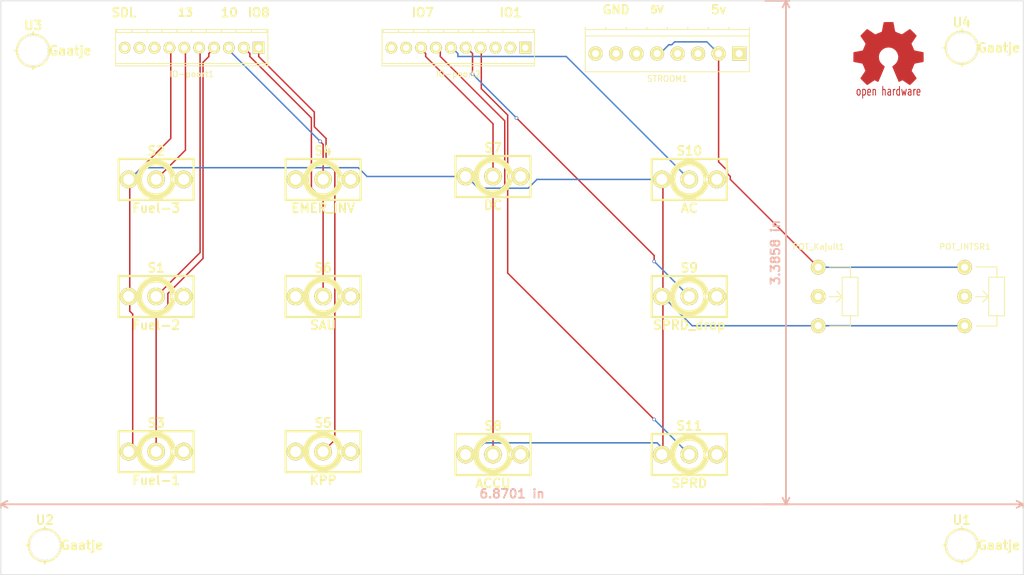
<source format=kicad_pcb>
(kicad_pcb (version 4) (host pcbnew 4.0.0-rc2-stable)

  (general
    (links 24)
    (no_connects 0)
    (area 35.449999 26.949999 210.050001 125.050001)
    (thickness 1.6)
    (drawings 17)
    (tracks 154)
    (zones 0)
    (modules 21)
    (nets 42)
  )

  (page A4)
  (title_block
    (title "MiG-21bis main power controls")
    (date 2016-01-12)
    (company Sovjet-simpits.nl)
  )

  (layers
    (0 F.Cu signal)
    (31 B.Cu signal)
    (32 B.Adhes user)
    (33 F.Adhes user)
    (34 B.Paste user)
    (35 F.Paste user)
    (36 B.SilkS user)
    (37 F.SilkS user)
    (38 B.Mask user)
    (39 F.Mask user)
    (40 Dwgs.User user)
    (41 Cmts.User user)
    (42 Eco1.User user)
    (43 Eco2.User user)
    (44 Edge.Cuts user)
    (45 Margin user)
    (46 B.CrtYd user)
    (47 F.CrtYd user)
    (48 B.Fab user)
    (49 F.Fab user)
  )

  (setup
    (last_trace_width 0.25)
    (trace_clearance 0.2)
    (zone_clearance 0.508)
    (zone_45_only no)
    (trace_min 0.2)
    (segment_width 0.2)
    (edge_width 0.1)
    (via_size 0.6)
    (via_drill 0.4)
    (via_min_size 0.4)
    (via_min_drill 0.3)
    (uvia_size 0.3)
    (uvia_drill 0.1)
    (uvias_allowed no)
    (uvia_min_size 0.2)
    (uvia_min_drill 0.1)
    (pcb_text_width 0.3)
    (pcb_text_size 1.5 1.5)
    (mod_edge_width 0.15)
    (mod_text_size 1 1)
    (mod_text_width 0.15)
    (pad_size 1.5 1.5)
    (pad_drill 0.6)
    (pad_to_mask_clearance 0)
    (aux_axis_origin 0 0)
    (visible_elements 7FFFFFFF)
    (pcbplotparams
      (layerselection 0x01030_80000001)
      (usegerberextensions false)
      (excludeedgelayer true)
      (linewidth 0.100000)
      (plotframeref false)
      (viasonmask false)
      (mode 1)
      (useauxorigin false)
      (hpglpennumber 1)
      (hpglpenspeed 20)
      (hpglpendiameter 15)
      (hpglpenoverlay 2)
      (psnegative false)
      (psa4output false)
      (plotreference true)
      (plotvalue true)
      (plotinvisibletext false)
      (padsonsilk false)
      (subtractmaskfromsilk false)
      (outputformat 1)
      (mirror false)
      (drillshape 0)
      (scaleselection 1)
      (outputdirectory "gerber productie/"))
  )

  (net 0 "")
  (net 1 /I11)
  (net 2 /I08)
  (net 3 /I09)
  (net 4 /I10)
  (net 5 /I12)
  (net 6 /I13)
  (net 7 /GND)
  (net 8 /AREF)
  (net 9 /SCA)
  (net 10 /SDL)
  (net 11 /IO3)
  (net 12 /IO0)
  (net 13 /IO1)
  (net 14 /IO2)
  (net 15 /IO4)
  (net 16 /IO5)
  (net 17 /IO6)
  (net 18 /IO7)
  (net 19 /A1)
  (net 20 /5V)
  (net 21 /A0)
  (net 22 "Net-(S1-Pad3)")
  (net 23 "Net-(S2-Pad3)")
  (net 24 "Net-(S3-Pad3)")
  (net 25 "Net-(S4-Pad1)")
  (net 26 "Net-(S4-Pad3)")
  (net 27 "Net-(S5-Pad1)")
  (net 28 "Net-(S5-Pad3)")
  (net 29 "Net-(S6-Pad1)")
  (net 30 "Net-(S6-Pad3)")
  (net 31 "Net-(S7-Pad3)")
  (net 32 "Net-(S8-Pad3)")
  (net 33 "Net-(S9-Pad3)")
  (net 34 "Net-(S10-Pad3)")
  (net 35 "Net-(S11-Pad3)")
  (net 36 /RES)
  (net 37 /3.3V)
  (net 38 /GND1)
  (net 39 /GND2)
  (net 40 /NC)
  (net 41 /VIN)

  (net_class Default "Dit is de standaard class."
    (clearance 0.2)
    (trace_width 0.25)
    (via_dia 0.6)
    (via_drill 0.4)
    (uvia_dia 0.3)
    (uvia_drill 0.1)
    (add_net /3.3V)
    (add_net /5V)
    (add_net /A0)
    (add_net /A1)
    (add_net /AREF)
    (add_net /GND)
    (add_net /GND1)
    (add_net /GND2)
    (add_net /I08)
    (add_net /I09)
    (add_net /I10)
    (add_net /I11)
    (add_net /I12)
    (add_net /I13)
    (add_net /IO0)
    (add_net /IO1)
    (add_net /IO2)
    (add_net /IO3)
    (add_net /IO4)
    (add_net /IO5)
    (add_net /IO6)
    (add_net /IO7)
    (add_net /NC)
    (add_net /RES)
    (add_net /SCA)
    (add_net /SDL)
    (add_net /VIN)
    (add_net "Net-(S1-Pad3)")
    (add_net "Net-(S10-Pad3)")
    (add_net "Net-(S11-Pad3)")
    (add_net "Net-(S2-Pad3)")
    (add_net "Net-(S3-Pad3)")
    (add_net "Net-(S4-Pad1)")
    (add_net "Net-(S4-Pad3)")
    (add_net "Net-(S5-Pad1)")
    (add_net "Net-(S5-Pad3)")
    (add_net "Net-(S6-Pad1)")
    (add_net "Net-(S6-Pad3)")
    (add_net "Net-(S7-Pad3)")
    (add_net "Net-(S8-Pad3)")
    (add_net "Net-(S9-Pad3)")
  )

  (net_class GND-1 ""
    (clearance 0.2)
    (trace_width 0.85)
    (via_dia 0.6)
    (via_drill 0.4)
    (uvia_dia 0.3)
    (uvia_drill 0.1)
  )

  (module Terminal_Blocks:TerminalBlock_Pheonix_MPT-2.54mm_10pol placed (layer F.Cu) (tedit 55B5B0C6) (tstamp 5692AE87)
    (at 79.5 35 180)
    (descr "10-way 2.54mm pitch terminal block, Phoenix MPT series")
    (path /56913CF7)
    (fp_text reference IO-poort1 (at 11.43 -4.50088 180) (layer F.SilkS)
      (effects (font (size 1 1) (thickness 0.15)))
    )
    (fp_text value Digitale10_IO_1 (at 11.43 4.50088 180) (layer F.Fab)
      (effects (font (size 1 1) (thickness 0.15)))
    )
    (fp_line (start -1.8 -3.3) (end 24.6 -3.3) (layer F.CrtYd) (width 0.05))
    (fp_line (start -1.8 3.3) (end -1.8 -3.3) (layer F.CrtYd) (width 0.05))
    (fp_line (start 24.6 3.3) (end -1.8 3.3) (layer F.CrtYd) (width 0.05))
    (fp_line (start 24.6 -3.3) (end 24.6 3.3) (layer F.CrtYd) (width 0.05))
    (fp_line (start 11.43 2.60096) (end 11.43 3.0988) (layer F.SilkS) (width 0.15))
    (fp_line (start 24.42972 -2.70002) (end -1.56972 -2.70002) (layer F.SilkS) (width 0.15))
    (fp_line (start -1.56972 -3.0988) (end 24.42972 -3.0988) (layer F.SilkS) (width 0.15))
    (fp_line (start 24.42972 2.60096) (end -1.56972 2.60096) (layer F.SilkS) (width 0.15))
    (fp_line (start -1.56972 3.0988) (end 24.42972 3.0988) (layer F.SilkS) (width 0.15))
    (fp_line (start 8.93064 2.60096) (end 8.93064 3.0988) (layer F.SilkS) (width 0.15))
    (fp_line (start 13.92936 2.60096) (end 13.92936 3.0988) (layer F.SilkS) (width 0.15))
    (fp_line (start 21.63064 2.60096) (end 21.63064 3.0988) (layer F.SilkS) (width 0.15))
    (fp_line (start 19.02968 2.60096) (end 19.02968 3.0988) (layer F.SilkS) (width 0.15))
    (fp_line (start 16.53286 2.60096) (end 16.53286 3.0988) (layer F.SilkS) (width 0.15))
    (fp_line (start 6.32968 2.60096) (end 6.32968 3.0988) (layer F.SilkS) (width 0.15))
    (fp_line (start 3.83286 2.60096) (end 3.83286 3.0988) (layer F.SilkS) (width 0.15))
    (fp_line (start -1.36906 3.0988) (end -1.36906 2.60096) (layer F.SilkS) (width 0.15))
    (fp_line (start 24.22906 2.60096) (end 24.22906 3.0988) (layer F.SilkS) (width 0.15))
    (fp_line (start 1.23444 3.0988) (end 1.23444 2.60096) (layer F.SilkS) (width 0.15))
    (fp_line (start 24.42718 3.0988) (end 24.42718 -3.0988) (layer F.SilkS) (width 0.15))
    (fp_line (start -1.56718 -3.0988) (end -1.56718 3.0988) (layer F.SilkS) (width 0.15))
    (pad 4 thru_hole oval (at 7.62 0) (size 1.99898 1.99898) (drill 1.09728) (layers *.Cu *.Mask F.SilkS)
      (net 1 /I11))
    (pad 1 thru_hole rect (at 0 0) (size 1.99898 1.99898) (drill 1.09728) (layers *.Cu *.Mask F.SilkS)
      (net 2 /I08))
    (pad 2 thru_hole oval (at 2.54 0) (size 1.99898 1.99898) (drill 1.09728) (layers *.Cu *.Mask F.SilkS)
      (net 3 /I09))
    (pad 3 thru_hole oval (at 5.08 0) (size 1.99898 1.99898) (drill 1.09728) (layers *.Cu *.Mask F.SilkS)
      (net 4 /I10))
    (pad 5 thru_hole oval (at 10.16 0) (size 1.99898 1.99898) (drill 1.09728) (layers *.Cu *.Mask F.SilkS)
      (net 5 /I12))
    (pad 6 thru_hole oval (at 12.7 0) (size 1.99898 1.99898) (drill 1.09728) (layers *.Cu *.Mask F.SilkS)
      (net 6 /I13))
    (pad 7 thru_hole oval (at 15.24 0) (size 1.99898 1.99898) (drill 1.09728) (layers *.Cu *.Mask F.SilkS)
      (net 7 /GND))
    (pad 8 thru_hole oval (at 17.78 0) (size 1.99898 1.99898) (drill 1.09728) (layers *.Cu *.Mask F.SilkS)
      (net 8 /AREF))
    (pad 9 thru_hole oval (at 20.32 0) (size 1.99898 1.99898) (drill 1.09728) (layers *.Cu *.Mask F.SilkS)
      (net 9 /SCA))
    (pad 10 thru_hole oval (at 22.86 0) (size 1.99898 1.99898) (drill 1.09728) (layers *.Cu *.Mask F.SilkS)
      (net 10 /SDL))
    (model Terminal_Blocks.3dshapes/TerminalBlock_Pheonix_MPT-2.54mm_10pol.wrl
      (at (xyz 0.45 0 0))
      (scale (xyz 1 1 1))
      (rotate (xyz 0 0 0))
    )
  )

  (module Terminal_Blocks:TerminalBlock_Pheonix_MPT-2.54mm_10pol placed (layer F.Cu) (tedit 55B5B0C6) (tstamp 5692AE95)
    (at 125 35 180)
    (descr "10-way 2.54mm pitch terminal block, Phoenix MPT series")
    (path /56920233)
    (fp_text reference IO-poort2 (at 11.43 -4.50088 180) (layer F.SilkS)
      (effects (font (size 1 1) (thickness 0.15)))
    )
    (fp_text value Digitale10_IO_2 (at 11.43 4.50088 180) (layer F.Fab)
      (effects (font (size 1 1) (thickness 0.15)))
    )
    (fp_line (start -1.8 -3.3) (end 24.6 -3.3) (layer F.CrtYd) (width 0.05))
    (fp_line (start -1.8 3.3) (end -1.8 -3.3) (layer F.CrtYd) (width 0.05))
    (fp_line (start 24.6 3.3) (end -1.8 3.3) (layer F.CrtYd) (width 0.05))
    (fp_line (start 24.6 -3.3) (end 24.6 3.3) (layer F.CrtYd) (width 0.05))
    (fp_line (start 11.43 2.60096) (end 11.43 3.0988) (layer F.SilkS) (width 0.15))
    (fp_line (start 24.42972 -2.70002) (end -1.56972 -2.70002) (layer F.SilkS) (width 0.15))
    (fp_line (start -1.56972 -3.0988) (end 24.42972 -3.0988) (layer F.SilkS) (width 0.15))
    (fp_line (start 24.42972 2.60096) (end -1.56972 2.60096) (layer F.SilkS) (width 0.15))
    (fp_line (start -1.56972 3.0988) (end 24.42972 3.0988) (layer F.SilkS) (width 0.15))
    (fp_line (start 8.93064 2.60096) (end 8.93064 3.0988) (layer F.SilkS) (width 0.15))
    (fp_line (start 13.92936 2.60096) (end 13.92936 3.0988) (layer F.SilkS) (width 0.15))
    (fp_line (start 21.63064 2.60096) (end 21.63064 3.0988) (layer F.SilkS) (width 0.15))
    (fp_line (start 19.02968 2.60096) (end 19.02968 3.0988) (layer F.SilkS) (width 0.15))
    (fp_line (start 16.53286 2.60096) (end 16.53286 3.0988) (layer F.SilkS) (width 0.15))
    (fp_line (start 6.32968 2.60096) (end 6.32968 3.0988) (layer F.SilkS) (width 0.15))
    (fp_line (start 3.83286 2.60096) (end 3.83286 3.0988) (layer F.SilkS) (width 0.15))
    (fp_line (start -1.36906 3.0988) (end -1.36906 2.60096) (layer F.SilkS) (width 0.15))
    (fp_line (start 24.22906 2.60096) (end 24.22906 3.0988) (layer F.SilkS) (width 0.15))
    (fp_line (start 1.23444 3.0988) (end 1.23444 2.60096) (layer F.SilkS) (width 0.15))
    (fp_line (start 24.42718 3.0988) (end 24.42718 -3.0988) (layer F.SilkS) (width 0.15))
    (fp_line (start -1.56718 -3.0988) (end -1.56718 3.0988) (layer F.SilkS) (width 0.15))
    (pad 4 thru_hole oval (at 7.62 0) (size 1.99898 1.99898) (drill 1.09728) (layers *.Cu *.Mask F.SilkS)
      (net 11 /IO3))
    (pad 1 thru_hole rect (at 0 0) (size 1.99898 1.99898) (drill 1.09728) (layers *.Cu *.Mask F.SilkS)
      (net 12 /IO0))
    (pad 2 thru_hole oval (at 2.54 0) (size 1.99898 1.99898) (drill 1.09728) (layers *.Cu *.Mask F.SilkS)
      (net 13 /IO1))
    (pad 3 thru_hole oval (at 5.08 0) (size 1.99898 1.99898) (drill 1.09728) (layers *.Cu *.Mask F.SilkS)
      (net 14 /IO2))
    (pad 5 thru_hole oval (at 10.16 0) (size 1.99898 1.99898) (drill 1.09728) (layers *.Cu *.Mask F.SilkS)
      (net 15 /IO4))
    (pad 6 thru_hole oval (at 12.7 0) (size 1.99898 1.99898) (drill 1.09728) (layers *.Cu *.Mask F.SilkS)
      (net 16 /IO5))
    (pad 7 thru_hole oval (at 15.24 0) (size 1.99898 1.99898) (drill 1.09728) (layers *.Cu *.Mask F.SilkS)
      (net 17 /IO6))
    (pad 8 thru_hole oval (at 17.78 0) (size 1.99898 1.99898) (drill 1.09728) (layers *.Cu *.Mask F.SilkS)
      (net 18 /IO7))
    (pad 9 thru_hole oval (at 20.32 0) (size 1.99898 1.99898) (drill 1.09728) (layers *.Cu *.Mask F.SilkS))
    (pad 10 thru_hole oval (at 22.86 0) (size 1.99898 1.99898) (drill 1.09728) (layers *.Cu *.Mask F.SilkS))
    (model Terminal_Blocks.3dshapes/TerminalBlock_Pheonix_MPT-2.54mm_10pol.wrl
      (at (xyz 0.45 0 0))
      (scale (xyz 1 1 1))
      (rotate (xyz 0 0 0))
    )
  )

  (module w_logo:Logo_copper_OSHW_12x13mm (layer F.Cu) (tedit 5692B930) (tstamp 5692AE99)
    (at 187 36)
    (descr "Open Hardware Logo, 12x13mm")
    (path /56913A54)
    (fp_text reference LOGO1 (at 0 0.5) (layer F.SilkS) hide
      (effects (font (size 0.5461 0.5461) (thickness 0.10922)))
    )
    (fp_text value ©sovjet-simpits.nl (at 0 -6.5) (layer F.SilkS) hide
      (effects (font (size 0.5461 0.5461) (thickness 0.10922)))
    )
    (fp_line (start 5.21 7.11) (end 5.31 7.04) (layer F.Cu) (width 0.15))
    (fp_line (start 5.03 7.11) (end 5.21 7.11) (layer F.Cu) (width 0.15))
    (fp_line (start 4.93 7.04) (end 5.03 7.11) (layer F.Cu) (width 0.15))
    (fp_line (start 4.88 6.9) (end 4.93 7.04) (layer F.Cu) (width 0.15))
    (fp_line (start 4.88 6.32) (end 4.88 6.9) (layer F.Cu) (width 0.15))
    (fp_line (start 4.94 6.17) (end 4.88 6.32) (layer F.Cu) (width 0.15))
    (fp_line (start 5.04 6.1) (end 4.94 6.17) (layer F.Cu) (width 0.15))
    (fp_line (start 5.21 6.1) (end 5.04 6.1) (layer F.Cu) (width 0.15))
    (fp_line (start 5.31 6.19) (end 5.21 6.1) (layer F.Cu) (width 0.15))
    (fp_line (start 5.36 6.32) (end 5.31 6.19) (layer F.Cu) (width 0.15))
    (fp_line (start 5.36 6.59) (end 5.36 6.32) (layer F.Cu) (width 0.15))
    (fp_line (start 4.88 6.59) (end 5.36 6.59) (layer F.Cu) (width 0.15))
    (fp_line (start 4.31 6.11) (end 4.31 7.11) (layer F.Cu) (width 0.15))
    (fp_line (start 4.36 6.25) (end 4.31 6.42) (layer F.Cu) (width 0.15))
    (fp_line (start 4.4 6.19) (end 4.36 6.25) (layer F.Cu) (width 0.15))
    (fp_line (start 4.5 6.11) (end 4.4 6.19) (layer F.Cu) (width 0.15))
    (fp_line (start 4.61 6.11) (end 4.5 6.11) (layer F.Cu) (width 0.15))
    (fp_line (start 2.26 6.1) (end 2.45 7.11) (layer F.Cu) (width 0.15))
    (fp_line (start 2.45 7.11) (end 2.64 6.39) (layer F.Cu) (width 0.15))
    (fp_line (start 2.64 6.39) (end 2.83 7.11) (layer F.Cu) (width 0.15))
    (fp_line (start 2.83 7.11) (end 3.03 6.1) (layer F.Cu) (width 0.15))
    (fp_line (start 1.88 7.03) (end 1.79 7.11) (layer F.Cu) (width 0.15))
    (fp_line (start 1.79 7.11) (end 1.6 7.11) (layer F.Cu) (width 0.15))
    (fp_line (start 1.6 7.11) (end 1.53 7.06) (layer F.Cu) (width 0.15))
    (fp_line (start 1.53 7.06) (end 1.46 6.98) (layer F.Cu) (width 0.15))
    (fp_line (start 1.46 6.98) (end 1.4 6.82) (layer F.Cu) (width 0.15))
    (fp_line (start 1.4 6.82) (end 1.4 6.4) (layer F.Cu) (width 0.15))
    (fp_line (start 1.4 6.4) (end 1.45 6.25) (layer F.Cu) (width 0.15))
    (fp_line (start 1.45 6.25) (end 1.52 6.16) (layer F.Cu) (width 0.15))
    (fp_line (start 1.52 6.16) (end 1.6 6.11) (layer F.Cu) (width 0.15))
    (fp_line (start 1.6 6.11) (end 1.78 6.11) (layer F.Cu) (width 0.15))
    (fp_line (start 1.78 6.11) (end 1.88 6.19) (layer F.Cu) (width 0.15))
    (fp_line (start 1.88 5.61) (end 1.88 7.11) (layer F.Cu) (width 0.15))
    (fp_line (start 1.13 6.11) (end 1.02 6.11) (layer F.Cu) (width 0.15))
    (fp_line (start 1.02 6.11) (end 0.92 6.19) (layer F.Cu) (width 0.15))
    (fp_line (start 0.92 6.19) (end 0.88 6.25) (layer F.Cu) (width 0.15))
    (fp_line (start 0.88 6.25) (end 0.83 6.42) (layer F.Cu) (width 0.15))
    (fp_line (start 0.83 6.11) (end 0.83 7.11) (layer F.Cu) (width 0.15))
    (fp_line (start 3.84 6.32) (end 3.84 7.11) (layer F.Cu) (width 0.15))
    (fp_line (start 3.78 6.17) (end 3.84 6.32) (layer F.Cu) (width 0.15))
    (fp_line (start 3.69 6.1) (end 3.78 6.17) (layer F.Cu) (width 0.15))
    (fp_line (start 3.51 6.1) (end 3.69 6.1) (layer F.Cu) (width 0.15))
    (fp_line (start 3.4 6.18) (end 3.51 6.1) (layer F.Cu) (width 0.15))
    (fp_line (start 3.36 6.88) (end 3.4 7.02) (layer F.Cu) (width 0.15))
    (fp_line (start 3.36 6.75) (end 3.36 6.88) (layer F.Cu) (width 0.15))
    (fp_line (start 3.41 6.61) (end 3.36 6.75) (layer F.Cu) (width 0.15))
    (fp_line (start 3.51 6.53) (end 3.41 6.61) (layer F.Cu) (width 0.15))
    (fp_line (start 3.75 6.53) (end 3.51 6.53) (layer F.Cu) (width 0.15))
    (fp_line (start 3.84 6.46) (end 3.75 6.53) (layer F.Cu) (width 0.15))
    (fp_line (start 3.74 7.11) (end 3.84 7.03) (layer F.Cu) (width 0.15))
    (fp_line (start 3.51 7.11) (end 3.74 7.11) (layer F.Cu) (width 0.15))
    (fp_line (start 3.4 7.02) (end 3.51 7.11) (layer F.Cu) (width 0.15))
    (fp_line (start -0.08 7.02) (end 0.03 7.11) (layer F.Cu) (width 0.15))
    (fp_line (start 0.03 7.11) (end 0.26 7.11) (layer F.Cu) (width 0.15))
    (fp_line (start 0.26 7.11) (end 0.36 7.03) (layer F.Cu) (width 0.15))
    (fp_line (start 0.36 6.46) (end 0.27 6.53) (layer F.Cu) (width 0.15))
    (fp_line (start 0.27 6.53) (end 0.03 6.53) (layer F.Cu) (width 0.15))
    (fp_line (start 0.03 6.53) (end -0.07 6.61) (layer F.Cu) (width 0.15))
    (fp_line (start -0.07 6.61) (end -0.12 6.75) (layer F.Cu) (width 0.15))
    (fp_line (start -0.12 6.75) (end -0.12 6.88) (layer F.Cu) (width 0.15))
    (fp_line (start -0.12 6.88) (end -0.08 7.02) (layer F.Cu) (width 0.15))
    (fp_line (start -0.08 6.18) (end 0.03 6.1) (layer F.Cu) (width 0.15))
    (fp_line (start 0.03 6.1) (end 0.21 6.1) (layer F.Cu) (width 0.15))
    (fp_line (start 0.21 6.1) (end 0.3 6.17) (layer F.Cu) (width 0.15))
    (fp_line (start 0.3 6.17) (end 0.36 6.32) (layer F.Cu) (width 0.15))
    (fp_line (start 0.36 6.32) (end 0.36 7.11) (layer F.Cu) (width 0.15))
    (fp_line (start -0.98 7.11) (end -0.98 5.61) (layer F.Cu) (width 0.15))
    (fp_line (start -0.92 6.17) (end -0.98 6.24) (layer F.Cu) (width 0.15))
    (fp_line (start -0.84 6.11) (end -0.92 6.17) (layer F.Cu) (width 0.15))
    (fp_line (start -0.7 6.11) (end -0.84 6.11) (layer F.Cu) (width 0.15))
    (fp_line (start -0.6 6.18) (end -0.7 6.11) (layer F.Cu) (width 0.15))
    (fp_line (start -0.55 6.33) (end -0.6 6.18) (layer F.Cu) (width 0.15))
    (fp_line (start -0.55 7.11) (end -0.55 6.33) (layer F.Cu) (width 0.15))
    (fp_line (start -2.21 7.11) (end -2.21 6.33) (layer F.Cu) (width 0.15))
    (fp_line (start -2.21 6.33) (end -2.26 6.18) (layer F.Cu) (width 0.15))
    (fp_line (start -2.26 6.18) (end -2.36 6.11) (layer F.Cu) (width 0.15))
    (fp_line (start -2.36 6.11) (end -2.5 6.11) (layer F.Cu) (width 0.15))
    (fp_line (start -2.5 6.11) (end -2.58 6.17) (layer F.Cu) (width 0.15))
    (fp_line (start -2.58 6.17) (end -2.64 6.24) (layer F.Cu) (width 0.15))
    (fp_line (start -2.64 6.11) (end -2.64 7.11) (layer F.Cu) (width 0.15))
    (fp_line (start -3.55 6.59) (end -3.07 6.59) (layer F.Cu) (width 0.15))
    (fp_line (start -3.07 6.59) (end -3.07 6.32) (layer F.Cu) (width 0.15))
    (fp_line (start -3.07 6.32) (end -3.12 6.19) (layer F.Cu) (width 0.15))
    (fp_line (start -3.12 6.19) (end -3.22 6.1) (layer F.Cu) (width 0.15))
    (fp_line (start -3.22 6.1) (end -3.39 6.1) (layer F.Cu) (width 0.15))
    (fp_line (start -3.39 6.1) (end -3.49 6.17) (layer F.Cu) (width 0.15))
    (fp_line (start -3.49 6.17) (end -3.55 6.32) (layer F.Cu) (width 0.15))
    (fp_line (start -3.55 6.32) (end -3.55 6.9) (layer F.Cu) (width 0.15))
    (fp_line (start -3.55 6.9) (end -3.5 7.04) (layer F.Cu) (width 0.15))
    (fp_line (start -3.5 7.04) (end -3.4 7.11) (layer F.Cu) (width 0.15))
    (fp_line (start -3.4 7.11) (end -3.22 7.11) (layer F.Cu) (width 0.15))
    (fp_line (start -3.22 7.11) (end -3.12 7.04) (layer F.Cu) (width 0.15))
    (fp_line (start -4.41 6.1) (end -4.41 7.61) (layer F.Cu) (width 0.15))
    (fp_line (start -4.3 6.1) (end -4.12 6.1) (layer F.Cu) (width 0.15))
    (fp_line (start -4.3 7.1) (end -4.11 7.1) (layer F.Cu) (width 0.15))
    (fp_line (start -4.3 6.1) (end -4.38 6.16) (layer F.Cu) (width 0.15))
    (fp_line (start -4.03 6.17) (end -4.12 6.1) (layer F.Cu) (width 0.15))
    (fp_line (start -3.98 6.24) (end -4.03 6.17) (layer F.Cu) (width 0.15))
    (fp_line (start -3.93 6.4) (end -3.98 6.24) (layer F.Cu) (width 0.15))
    (fp_line (start -3.93 6.81) (end -3.93 6.4) (layer F.Cu) (width 0.15))
    (fp_line (start -3.98 6.95) (end -3.93 6.81) (layer F.Cu) (width 0.15))
    (fp_line (start -4.02 7.02) (end -3.98 6.95) (layer F.Cu) (width 0.15))
    (fp_line (start -4.12 7.1) (end -4.02 7.02) (layer F.Cu) (width 0.15))
    (fp_line (start -4.4 7.03) (end -4.3 7.1) (layer F.Cu) (width 0.15))
    (fp_line (start -5.36 6.4) (end -5.36 6.81) (layer F.Cu) (width 0.15))
    (fp_line (start -5.36 6.81) (end -5.31 6.95) (layer F.Cu) (width 0.15))
    (fp_line (start -5.31 6.95) (end -5.26 7.04) (layer F.Cu) (width 0.15))
    (fp_line (start -5.26 7.04) (end -5.16 7.11) (layer F.Cu) (width 0.15))
    (fp_line (start -5.16 7.11) (end -5.02 7.11) (layer F.Cu) (width 0.15))
    (fp_line (start -5.02 7.11) (end -4.92 7.03) (layer F.Cu) (width 0.15))
    (fp_line (start -4.92 7.03) (end -4.88 6.96) (layer F.Cu) (width 0.15))
    (fp_line (start -4.88 6.96) (end -4.83 6.82) (layer F.Cu) (width 0.15))
    (fp_line (start -4.83 6.82) (end -4.83 6.41) (layer F.Cu) (width 0.15))
    (fp_line (start -4.83 6.41) (end -4.88 6.25) (layer F.Cu) (width 0.15))
    (fp_line (start -4.88 6.25) (end -4.93 6.18) (layer F.Cu) (width 0.15))
    (fp_line (start -4.93 6.18) (end -5.02 6.11) (layer F.Cu) (width 0.15))
    (fp_line (start -5.02 6.11) (end -5.17 6.11) (layer F.Cu) (width 0.15))
    (fp_line (start -5.17 6.11) (end -5.25 6.17) (layer F.Cu) (width 0.15))
    (fp_line (start -5.25 6.17) (end -5.31 6.25) (layer F.Cu) (width 0.15))
    (fp_line (start -5.31 6.25) (end -5.36 6.4) (layer F.Cu) (width 0.15))
    (fp_poly (pts (xy -3.63728 5.38988) (xy -3.57378 5.35686) (xy -3.43408 5.26796) (xy -3.23342 5.13842)
      (xy -2.9972 4.9784) (xy -2.75844 4.81838) (xy -2.56286 4.6863) (xy -2.4257 4.59994)
      (xy -2.36982 4.56692) (xy -2.33934 4.57708) (xy -2.22504 4.63296) (xy -2.06248 4.71932)
      (xy -1.96596 4.76758) (xy -1.8161 4.83362) (xy -1.74244 4.84632) (xy -1.72974 4.826)
      (xy -1.67386 4.70916) (xy -1.5875 4.51358) (xy -1.4732 4.25196) (xy -1.34366 3.9497)
      (xy -1.2065 3.6195) (xy -1.0668 3.28422) (xy -0.93472 2.96672) (xy -0.81534 2.6797)
      (xy -0.72136 2.44602) (xy -0.6604 2.28346) (xy -0.63754 2.21234) (xy -0.64516 2.1971)
      (xy -0.71882 2.12598) (xy -0.8509 2.02692) (xy -1.13538 1.79578) (xy -1.41478 1.44526)
      (xy -1.58496 1.04902) (xy -1.64338 0.60706) (xy -1.59512 0.19812) (xy -1.43256 -0.19558)
      (xy -1.15824 -0.54864) (xy -0.8255 -0.8128) (xy -0.43688 -0.9779) (xy 0 -1.03378)
      (xy 0.4191 -0.98552) (xy 0.82042 -0.82804) (xy 1.17348 -0.5588) (xy 1.32334 -0.38608)
      (xy 1.52908 -0.02794) (xy 1.64592 0.35814) (xy 1.65862 0.45466) (xy 1.64084 0.8763)
      (xy 1.51638 1.28016) (xy 1.2954 1.64084) (xy 0.98552 1.93802) (xy 0.94742 1.96596)
      (xy 0.80264 2.07264) (xy 0.70866 2.1463) (xy 0.63246 2.20726) (xy 1.1684 3.50012)
      (xy 1.25476 3.70586) (xy 1.40208 4.05638) (xy 1.53162 4.36118) (xy 1.63576 4.60502)
      (xy 1.70688 4.76504) (xy 1.73736 4.83108) (xy 1.74244 4.83362) (xy 1.78816 4.84124)
      (xy 1.88722 4.80568) (xy 2.06756 4.71932) (xy 2.18694 4.65836) (xy 2.3241 4.59232)
      (xy 2.38506 4.56692) (xy 2.4384 4.59486) (xy 2.57048 4.68122) (xy 2.76098 4.81076)
      (xy 2.99212 4.9657) (xy 3.2131 5.11556) (xy 3.4163 5.25018) (xy 3.56362 5.34416)
      (xy 3.63474 5.38226) (xy 3.6449 5.38226) (xy 3.7084 5.3467) (xy 3.82524 5.25018)
      (xy 4.0005 5.08254) (xy 4.24942 4.8387) (xy 4.28752 4.8006) (xy 4.49326 4.59232)
      (xy 4.65836 4.41706) (xy 4.77012 4.2926) (xy 4.81076 4.23672) (xy 4.81076 4.23672)
      (xy 4.77266 4.1656) (xy 4.68122 4.01828) (xy 4.5466 3.81508) (xy 4.38404 3.57378)
      (xy 3.95478 2.95402) (xy 4.191 2.36728) (xy 4.26212 2.18694) (xy 4.35356 1.9685)
      (xy 4.42214 1.81356) (xy 4.4577 1.74498) (xy 4.5212 1.72212) (xy 4.68122 1.68402)
      (xy 4.9149 1.63576) (xy 5.19176 1.58496) (xy 5.45592 1.5367) (xy 5.69468 1.49098)
      (xy 5.8674 1.45796) (xy 5.94614 1.44272) (xy 5.96392 1.43002) (xy 5.97916 1.39192)
      (xy 5.98932 1.31064) (xy 5.9944 1.16586) (xy 5.99948 0.93726) (xy 5.99948 0.60706)
      (xy 5.99948 0.5715) (xy 5.9944 0.25654) (xy 5.98932 0.00508) (xy 5.9817 -0.16002)
      (xy 5.969 -0.22606) (xy 5.969 -0.22606) (xy 5.89534 -0.24384) (xy 5.72516 -0.2794)
      (xy 5.4864 -0.32766) (xy 5.20192 -0.381) (xy 5.18414 -0.38354) (xy 4.89966 -0.43942)
      (xy 4.66344 -0.48768) (xy 4.4958 -0.52578) (xy 4.42722 -0.54864) (xy 4.41198 -0.56896)
      (xy 4.35356 -0.68072) (xy 4.27228 -0.85598) (xy 4.1783 -1.06934) (xy 4.08686 -1.29286)
      (xy 4.00558 -1.49352) (xy 3.95224 -1.64338) (xy 3.937 -1.71196) (xy 3.937 -1.71196)
      (xy 3.98018 -1.78054) (xy 4.0767 -1.92786) (xy 4.2164 -2.13106) (xy 4.3815 -2.37236)
      (xy 4.3942 -2.39268) (xy 4.55676 -2.63144) (xy 4.68884 -2.83464) (xy 4.77774 -2.97942)
      (xy 4.81076 -3.04292) (xy 4.81076 -3.048) (xy 4.75488 -3.11912) (xy 4.63296 -3.25628)
      (xy 4.4577 -3.43916) (xy 4.24942 -3.64998) (xy 4.18084 -3.71602) (xy 3.9497 -3.94462)
      (xy 3.78714 -4.09194) (xy 3.68554 -4.17322) (xy 3.63728 -4.191) (xy 3.63474 -4.18846)
      (xy 3.56362 -4.14528) (xy 3.41122 -4.04622) (xy 3.20548 -3.90652) (xy 2.96164 -3.74142)
      (xy 2.9464 -3.73126) (xy 2.7051 -3.5687) (xy 2.50698 -3.43154) (xy 2.36474 -3.33756)
      (xy 2.30124 -3.302) (xy 2.29108 -3.302) (xy 2.19456 -3.32994) (xy 2.02438 -3.38836)
      (xy 1.81356 -3.46964) (xy 1.59258 -3.55854) (xy 1.38938 -3.6449) (xy 1.23952 -3.71348)
      (xy 1.1684 -3.75412) (xy 1.16586 -3.75666) (xy 1.14046 -3.84302) (xy 1.09982 -4.02336)
      (xy 1.04648 -4.26974) (xy 0.99314 -4.56438) (xy 0.98298 -4.6101) (xy 0.92964 -4.89712)
      (xy 0.88392 -5.13334) (xy 0.84836 -5.2959) (xy 0.83312 -5.36448) (xy 0.79248 -5.3721)
      (xy 0.65278 -5.38226) (xy 0.43942 -5.38988) (xy 0.18034 -5.39242) (xy -0.09144 -5.38988)
      (xy -0.3556 -5.3848) (xy -0.58166 -5.37718) (xy -0.74422 -5.36448) (xy -0.8128 -5.35178)
      (xy -0.81534 -5.3467) (xy -0.8382 -5.2578) (xy -0.87884 -5.08) (xy -0.92964 -4.83108)
      (xy -0.98552 -4.53644) (xy -0.99568 -4.4831) (xy -1.04902 -4.19862) (xy -1.09728 -3.96494)
      (xy -1.13284 -3.80492) (xy -1.15062 -3.74142) (xy -1.17602 -3.72872) (xy -1.29286 -3.67538)
      (xy -1.48336 -3.59664) (xy -1.72212 -3.50012) (xy -2.27076 -3.27914) (xy -2.94386 -3.74142)
      (xy -3.00482 -3.78206) (xy -3.24866 -3.94716) (xy -3.44678 -4.07924) (xy -3.58648 -4.16814)
      (xy -3.64236 -4.20116) (xy -3.64744 -4.19862) (xy -3.71602 -4.1402) (xy -3.8481 -4.01574)
      (xy -4.03098 -3.83794) (xy -4.2418 -3.62712) (xy -4.39928 -3.46964) (xy -4.5847 -3.28168)
      (xy -4.70154 -3.15468) (xy -4.76758 -3.0734) (xy -4.79044 -3.0226) (xy -4.78282 -2.98958)
      (xy -4.73964 -2.921) (xy -4.64058 -2.77368) (xy -4.50342 -2.56794) (xy -4.33832 -2.33172)
      (xy -4.2037 -2.13106) (xy -4.05638 -1.905) (xy -3.9624 -1.74498) (xy -3.92938 -1.66624)
      (xy -3.937 -1.63322) (xy -3.98526 -1.50114) (xy -4.064 -1.30048) (xy -4.1656 -1.06426)
      (xy -4.39928 -0.53086) (xy -4.7498 -0.46482) (xy -4.96062 -0.42418) (xy -5.2578 -0.36576)
      (xy -5.54228 -0.31242) (xy -5.98424 -0.22606) (xy -5.99948 1.39954) (xy -5.9309 1.43002)
      (xy -5.86486 1.4478) (xy -5.7023 1.48336) (xy -5.46862 1.52908) (xy -5.19176 1.58242)
      (xy -4.95554 1.6256) (xy -4.71932 1.67132) (xy -4.54914 1.70434) (xy -4.47294 1.71958)
      (xy -4.45516 1.74498) (xy -4.3942 1.86182) (xy -4.31038 2.04216) (xy -4.2164 2.26314)
      (xy -4.12242 2.4892) (xy -4.0386 2.70002) (xy -3.98018 2.86004) (xy -3.95732 2.94386)
      (xy -3.99034 3.00482) (xy -4.07924 3.14452) (xy -4.21132 3.34264) (xy -4.37134 3.57886)
      (xy -4.5339 3.81508) (xy -4.66852 4.01574) (xy -4.76504 4.16052) (xy -4.80314 4.22656)
      (xy -4.78282 4.27228) (xy -4.68884 4.38658) (xy -4.51104 4.56946) (xy -4.24688 4.83108)
      (xy -4.2037 4.87426) (xy -3.99288 5.07492) (xy -3.81508 5.24002) (xy -3.69316 5.34924)
      (xy -3.63728 5.38988)) (layer F.Cu) (width 0.00254))
  )

  (module Potentiometers:Potentiometer_WirePads_largePads placed (layer F.Cu) (tedit 5446FD75) (tstamp 5692AEA0)
    (at 200 72.5)
    (descr "Potentiometer, Wire Pads only, RevA, 30 July 2010,")
    (tags "Potentiometer, Wire Pads only, RevA, 30 July 2010,")
    (path /56934E9A)
    (fp_text reference POT_INTSR1 (at 0.0508 -3.49758) (layer F.SilkS)
      (effects (font (size 1 1) (thickness 0.15)))
    )
    (fp_text value POT (at -1.34874 13.25118) (layer F.Fab)
      (effects (font (size 1 1) (thickness 0.15)))
    )
    (fp_line (start 5.4991 10.05078) (end 1.95072 10.05078) (layer F.SilkS) (width 0.15))
    (fp_line (start 5.4991 8.30072) (end 5.4991 10.05078) (layer F.SilkS) (width 0.15))
    (fp_line (start 5.4991 1.7018) (end 5.4991 -0.04826) (layer F.SilkS) (width 0.15))
    (fp_line (start 5.4991 -0.04826) (end 1.89992 -0.04826) (layer F.SilkS) (width 0.15))
    (fp_line (start 4.09956 5.00126) (end 1.84912 5.05206) (layer F.SilkS) (width 0.15))
    (fp_line (start 4.09956 5.00126) (end 3.0988 5.95122) (layer F.SilkS) (width 0.15))
    (fp_line (start 4.09956 5.05206) (end 3.1496 4.0513) (layer F.SilkS) (width 0.15))
    (fp_line (start 4.09956 1.7018) (end 6.79958 1.7018) (layer F.SilkS) (width 0.15))
    (fp_line (start 6.79958 1.7018) (end 6.79958 8.30072) (layer F.SilkS) (width 0.15))
    (fp_line (start 6.79958 8.30072) (end 4.09956 8.30072) (layer F.SilkS) (width 0.15))
    (fp_line (start 4.09956 8.30072) (end 4.09956 1.7018) (layer F.SilkS) (width 0.15))
    (pad 2 thru_hole circle (at 0 5.00126) (size 2.49936 2.49936) (drill 1.19888) (layers *.Cu *.Mask F.SilkS)
      (net 19 /A1))
    (pad 3 thru_hole circle (at 0 10.00252) (size 2.49936 2.49936) (drill 1.19888) (layers *.Cu *.Mask F.SilkS)
      (net 7 /GND))
    (pad 1 thru_hole circle (at 0 0) (size 2.49936 2.49936) (drill 1.19888) (layers *.Cu *.Mask F.SilkS)
      (net 20 /5V))
  )

  (module Potentiometers:Potentiometer_WirePads_largePads placed (layer F.Cu) (tedit 5446FD75) (tstamp 5692AEA7)
    (at 175 72.5)
    (descr "Potentiometer, Wire Pads only, RevA, 30 July 2010,")
    (tags "Potentiometer, Wire Pads only, RevA, 30 July 2010,")
    (path /56934F0E)
    (fp_text reference POT_Kajuit1 (at 0.0508 -3.49758) (layer F.SilkS)
      (effects (font (size 1 1) (thickness 0.15)))
    )
    (fp_text value POT (at -1.34874 13.25118) (layer F.Fab)
      (effects (font (size 1 1) (thickness 0.15)))
    )
    (fp_line (start 5.4991 10.05078) (end 1.95072 10.05078) (layer F.SilkS) (width 0.15))
    (fp_line (start 5.4991 8.30072) (end 5.4991 10.05078) (layer F.SilkS) (width 0.15))
    (fp_line (start 5.4991 1.7018) (end 5.4991 -0.04826) (layer F.SilkS) (width 0.15))
    (fp_line (start 5.4991 -0.04826) (end 1.89992 -0.04826) (layer F.SilkS) (width 0.15))
    (fp_line (start 4.09956 5.00126) (end 1.84912 5.05206) (layer F.SilkS) (width 0.15))
    (fp_line (start 4.09956 5.00126) (end 3.0988 5.95122) (layer F.SilkS) (width 0.15))
    (fp_line (start 4.09956 5.05206) (end 3.1496 4.0513) (layer F.SilkS) (width 0.15))
    (fp_line (start 4.09956 1.7018) (end 6.79958 1.7018) (layer F.SilkS) (width 0.15))
    (fp_line (start 6.79958 1.7018) (end 6.79958 8.30072) (layer F.SilkS) (width 0.15))
    (fp_line (start 6.79958 8.30072) (end 4.09956 8.30072) (layer F.SilkS) (width 0.15))
    (fp_line (start 4.09956 8.30072) (end 4.09956 1.7018) (layer F.SilkS) (width 0.15))
    (pad 2 thru_hole circle (at 0 5.00126) (size 2.49936 2.49936) (drill 1.19888) (layers *.Cu *.Mask F.SilkS)
      (net 21 /A0))
    (pad 3 thru_hole circle (at 0 10.00252) (size 2.49936 2.49936) (drill 1.19888) (layers *.Cu *.Mask F.SilkS)
      (net 7 /GND))
    (pad 1 thru_hole circle (at 0 0) (size 2.49936 2.49936) (drill 1.19888) (layers *.Cu *.Mask F.SilkS)
      (net 20 /5V))
  )

  (module w_switch:switch_100sp5 placed (layer F.Cu) (tedit 0) (tstamp 5692AEAE)
    (at 62 77.5)
    (descr "E-Switch 100SP5")
    (path /5690B689)
    (fp_text reference S1 (at 0 -4.89966) (layer F.SilkS)
      (effects (font (thickness 0.3048)))
    )
    (fp_text value Fuel-2 (at 0 4.89966) (layer F.SilkS)
      (effects (font (thickness 0.3048)))
    )
    (fp_line (start 2.60096 0.50038) (end 3.0988 0.50038) (layer F.SilkS) (width 0.37846))
    (fp_line (start 2.60096 -0.50038) (end 3.0988 -0.50038) (layer F.SilkS) (width 0.37846))
    (fp_circle (center 0 0) (end -2.60096 0.29972) (layer F.SilkS) (width 0.37846))
    (fp_arc (start 0 0) (end -0.5207 -2.56032) (angle 90) (layer F.SilkS) (width 0.37846))
    (fp_arc (start 0 0) (end 2.56032 0.48006) (angle 90) (layer F.SilkS) (width 0.37846))
    (fp_arc (start 0 0) (end 2.83972 0.70104) (angle 90) (layer F.SilkS) (width 0.37846))
    (fp_arc (start 0 0) (end -0.70104 -2.82956) (angle 90) (layer F.SilkS) (width 0.37846))
    (fp_arc (start 0 0) (end 0 2.60096) (angle 90) (layer F.SilkS) (width 0.37846))
    (fp_arc (start 0 0) (end -2.60096 0) (angle 90) (layer F.SilkS) (width 0.37846))
    (fp_arc (start 0 0) (end 0 2.90068) (angle 90) (layer F.SilkS) (width 0.37846))
    (fp_arc (start 0 0) (end -2.90068 0) (angle 90) (layer F.SilkS) (width 0.37846))
    (fp_arc (start 0 0) (end 3.15976 0.51054) (angle 90) (layer F.SilkS) (width 0.37846))
    (fp_arc (start 0 0) (end -0.51054 -3.15976) (angle 90) (layer F.SilkS) (width 0.37846))
    (fp_arc (start 0 0) (end 0 3.2004) (angle 90) (layer F.SilkS) (width 0.37846))
    (fp_arc (start 0 0) (end -3.2004 0) (angle 90) (layer F.SilkS) (width 0.37846))
    (fp_line (start -6.4008 -3.49758) (end 6.4008 -3.49758) (layer F.SilkS) (width 0.37846))
    (fp_line (start 6.4008 -3.50012) (end 6.4008 3.50012) (layer F.SilkS) (width 0.37846))
    (fp_line (start 6.4008 3.50012) (end -6.4008 3.50012) (layer F.SilkS) (width 0.37846))
    (fp_line (start -6.4008 3.50012) (end -6.4008 -3.50012) (layer F.SilkS) (width 0.37846))
    (pad 1 thru_hole circle (at -4.699 0) (size 2.9972 2.9972) (drill 1.84658) (layers *.Cu *.Mask F.SilkS)
      (net 7 /GND))
    (pad 2 thru_hole circle (at 0 0) (size 2.9972 2.9972) (drill 1.84658) (layers *.Cu *.Mask F.SilkS)
      (net 5 /I12))
    (pad 3 thru_hole circle (at 4.699 0) (size 2.9972 2.9972) (drill 1.84658) (layers *.Cu *.Mask F.SilkS)
      (net 22 "Net-(S1-Pad3)"))
    (model walter/switch/switch_100sp5.wrl
      (at (xyz 0 0 0))
      (scale (xyz 1 1 1))
      (rotate (xyz 0 0 0))
    )
  )

  (module w_switch:switch_100sp5 placed (layer F.Cu) (tedit 0) (tstamp 5692AEB5)
    (at 62 57.5)
    (descr "E-Switch 100SP5")
    (path /5690B6B2)
    (fp_text reference S2 (at 0 -4.89966) (layer F.SilkS)
      (effects (font (thickness 0.3048)))
    )
    (fp_text value Fuel-3 (at 0 4.89966) (layer F.SilkS)
      (effects (font (thickness 0.3048)))
    )
    (fp_line (start 2.60096 0.50038) (end 3.0988 0.50038) (layer F.SilkS) (width 0.37846))
    (fp_line (start 2.60096 -0.50038) (end 3.0988 -0.50038) (layer F.SilkS) (width 0.37846))
    (fp_circle (center 0 0) (end -2.60096 0.29972) (layer F.SilkS) (width 0.37846))
    (fp_arc (start 0 0) (end -0.5207 -2.56032) (angle 90) (layer F.SilkS) (width 0.37846))
    (fp_arc (start 0 0) (end 2.56032 0.48006) (angle 90) (layer F.SilkS) (width 0.37846))
    (fp_arc (start 0 0) (end 2.83972 0.70104) (angle 90) (layer F.SilkS) (width 0.37846))
    (fp_arc (start 0 0) (end -0.70104 -2.82956) (angle 90) (layer F.SilkS) (width 0.37846))
    (fp_arc (start 0 0) (end 0 2.60096) (angle 90) (layer F.SilkS) (width 0.37846))
    (fp_arc (start 0 0) (end -2.60096 0) (angle 90) (layer F.SilkS) (width 0.37846))
    (fp_arc (start 0 0) (end 0 2.90068) (angle 90) (layer F.SilkS) (width 0.37846))
    (fp_arc (start 0 0) (end -2.90068 0) (angle 90) (layer F.SilkS) (width 0.37846))
    (fp_arc (start 0 0) (end 3.15976 0.51054) (angle 90) (layer F.SilkS) (width 0.37846))
    (fp_arc (start 0 0) (end -0.51054 -3.15976) (angle 90) (layer F.SilkS) (width 0.37846))
    (fp_arc (start 0 0) (end 0 3.2004) (angle 90) (layer F.SilkS) (width 0.37846))
    (fp_arc (start 0 0) (end -3.2004 0) (angle 90) (layer F.SilkS) (width 0.37846))
    (fp_line (start -6.4008 -3.49758) (end 6.4008 -3.49758) (layer F.SilkS) (width 0.37846))
    (fp_line (start 6.4008 -3.50012) (end 6.4008 3.50012) (layer F.SilkS) (width 0.37846))
    (fp_line (start 6.4008 3.50012) (end -6.4008 3.50012) (layer F.SilkS) (width 0.37846))
    (fp_line (start -6.4008 3.50012) (end -6.4008 -3.50012) (layer F.SilkS) (width 0.37846))
    (pad 1 thru_hole circle (at -4.699 0) (size 2.9972 2.9972) (drill 1.84658) (layers *.Cu *.Mask F.SilkS)
      (net 7 /GND))
    (pad 2 thru_hole circle (at 0 0) (size 2.9972 2.9972) (drill 1.84658) (layers *.Cu *.Mask F.SilkS)
      (net 6 /I13))
    (pad 3 thru_hole circle (at 4.699 0) (size 2.9972 2.9972) (drill 1.84658) (layers *.Cu *.Mask F.SilkS)
      (net 23 "Net-(S2-Pad3)"))
    (model walter/switch/switch_100sp5.wrl
      (at (xyz 0 0 0))
      (scale (xyz 1 1 1))
      (rotate (xyz 0 0 0))
    )
  )

  (module w_switch:switch_100sp5 (layer F.Cu) (tedit 0) (tstamp 5692AEBC)
    (at 62 104)
    (descr "E-Switch 100SP5")
    (path /5690B2EA)
    (fp_text reference S3 (at 0 -4.89966) (layer F.SilkS)
      (effects (font (thickness 0.3048)))
    )
    (fp_text value Fuel-1 (at 0 4.89966) (layer F.SilkS)
      (effects (font (thickness 0.3048)))
    )
    (fp_line (start 2.60096 0.50038) (end 3.0988 0.50038) (layer F.SilkS) (width 0.37846))
    (fp_line (start 2.60096 -0.50038) (end 3.0988 -0.50038) (layer F.SilkS) (width 0.37846))
    (fp_circle (center 0 0) (end -2.60096 0.29972) (layer F.SilkS) (width 0.37846))
    (fp_arc (start 0 0) (end -0.5207 -2.56032) (angle 90) (layer F.SilkS) (width 0.37846))
    (fp_arc (start 0 0) (end 2.56032 0.48006) (angle 90) (layer F.SilkS) (width 0.37846))
    (fp_arc (start 0 0) (end 2.83972 0.70104) (angle 90) (layer F.SilkS) (width 0.37846))
    (fp_arc (start 0 0) (end -0.70104 -2.82956) (angle 90) (layer F.SilkS) (width 0.37846))
    (fp_arc (start 0 0) (end 0 2.60096) (angle 90) (layer F.SilkS) (width 0.37846))
    (fp_arc (start 0 0) (end -2.60096 0) (angle 90) (layer F.SilkS) (width 0.37846))
    (fp_arc (start 0 0) (end 0 2.90068) (angle 90) (layer F.SilkS) (width 0.37846))
    (fp_arc (start 0 0) (end -2.90068 0) (angle 90) (layer F.SilkS) (width 0.37846))
    (fp_arc (start 0 0) (end 3.15976 0.51054) (angle 90) (layer F.SilkS) (width 0.37846))
    (fp_arc (start 0 0) (end -0.51054 -3.15976) (angle 90) (layer F.SilkS) (width 0.37846))
    (fp_arc (start 0 0) (end 0 3.2004) (angle 90) (layer F.SilkS) (width 0.37846))
    (fp_arc (start 0 0) (end -3.2004 0) (angle 90) (layer F.SilkS) (width 0.37846))
    (fp_line (start -6.4008 -3.49758) (end 6.4008 -3.49758) (layer F.SilkS) (width 0.37846))
    (fp_line (start 6.4008 -3.50012) (end 6.4008 3.50012) (layer F.SilkS) (width 0.37846))
    (fp_line (start 6.4008 3.50012) (end -6.4008 3.50012) (layer F.SilkS) (width 0.37846))
    (fp_line (start -6.4008 3.50012) (end -6.4008 -3.50012) (layer F.SilkS) (width 0.37846))
    (pad 1 thru_hole circle (at -4.699 0) (size 2.9972 2.9972) (drill 1.84658) (layers *.Cu *.Mask F.SilkS)
      (net 7 /GND))
    (pad 2 thru_hole circle (at 0 0) (size 2.9972 2.9972) (drill 1.84658) (layers *.Cu *.Mask F.SilkS)
      (net 1 /I11))
    (pad 3 thru_hole circle (at 4.699 0) (size 2.9972 2.9972) (drill 1.84658) (layers *.Cu *.Mask F.SilkS)
      (net 24 "Net-(S3-Pad3)"))
    (model walter/switch/switch_100sp5.wrl
      (at (xyz 0 0 0))
      (scale (xyz 1 1 1))
      (rotate (xyz 0 0 0))
    )
  )

  (module w_switch:switch_100sp5 (layer F.Cu) (tedit 0) (tstamp 5692AEC3)
    (at 90.5 57.5)
    (descr "E-Switch 100SP5")
    (path /5691568F)
    (fp_text reference S4 (at 0 -4.89966) (layer F.SilkS)
      (effects (font (thickness 0.3048)))
    )
    (fp_text value EMER_INV (at 0 4.89966) (layer F.SilkS)
      (effects (font (thickness 0.3048)))
    )
    (fp_line (start 2.60096 0.50038) (end 3.0988 0.50038) (layer F.SilkS) (width 0.37846))
    (fp_line (start 2.60096 -0.50038) (end 3.0988 -0.50038) (layer F.SilkS) (width 0.37846))
    (fp_circle (center 0 0) (end -2.60096 0.29972) (layer F.SilkS) (width 0.37846))
    (fp_arc (start 0 0) (end -0.5207 -2.56032) (angle 90) (layer F.SilkS) (width 0.37846))
    (fp_arc (start 0 0) (end 2.56032 0.48006) (angle 90) (layer F.SilkS) (width 0.37846))
    (fp_arc (start 0 0) (end 2.83972 0.70104) (angle 90) (layer F.SilkS) (width 0.37846))
    (fp_arc (start 0 0) (end -0.70104 -2.82956) (angle 90) (layer F.SilkS) (width 0.37846))
    (fp_arc (start 0 0) (end 0 2.60096) (angle 90) (layer F.SilkS) (width 0.37846))
    (fp_arc (start 0 0) (end -2.60096 0) (angle 90) (layer F.SilkS) (width 0.37846))
    (fp_arc (start 0 0) (end 0 2.90068) (angle 90) (layer F.SilkS) (width 0.37846))
    (fp_arc (start 0 0) (end -2.90068 0) (angle 90) (layer F.SilkS) (width 0.37846))
    (fp_arc (start 0 0) (end 3.15976 0.51054) (angle 90) (layer F.SilkS) (width 0.37846))
    (fp_arc (start 0 0) (end -0.51054 -3.15976) (angle 90) (layer F.SilkS) (width 0.37846))
    (fp_arc (start 0 0) (end 0 3.2004) (angle 90) (layer F.SilkS) (width 0.37846))
    (fp_arc (start 0 0) (end -3.2004 0) (angle 90) (layer F.SilkS) (width 0.37846))
    (fp_line (start -6.4008 -3.49758) (end 6.4008 -3.49758) (layer F.SilkS) (width 0.37846))
    (fp_line (start 6.4008 -3.50012) (end 6.4008 3.50012) (layer F.SilkS) (width 0.37846))
    (fp_line (start 6.4008 3.50012) (end -6.4008 3.50012) (layer F.SilkS) (width 0.37846))
    (fp_line (start -6.4008 3.50012) (end -6.4008 -3.50012) (layer F.SilkS) (width 0.37846))
    (pad 1 thru_hole circle (at -4.699 0) (size 2.9972 2.9972) (drill 1.84658) (layers *.Cu *.Mask F.SilkS)
      (net 25 "Net-(S4-Pad1)"))
    (pad 2 thru_hole circle (at 0 0) (size 2.9972 2.9972) (drill 1.84658) (layers *.Cu *.Mask F.SilkS)
      (net 4 /I10))
    (pad 3 thru_hole circle (at 4.699 0) (size 2.9972 2.9972) (drill 1.84658) (layers *.Cu *.Mask F.SilkS)
      (net 26 "Net-(S4-Pad3)"))
    (model walter/switch/switch_100sp5.wrl
      (at (xyz 0 0 0))
      (scale (xyz 1 1 1))
      (rotate (xyz 0 0 0))
    )
  )

  (module w_switch:switch_100sp5 (layer F.Cu) (tedit 0) (tstamp 5692AECA)
    (at 90.5 104)
    (descr "E-Switch 100SP5")
    (path /569155E3)
    (fp_text reference S5 (at 0 -4.89966) (layer F.SilkS)
      (effects (font (thickness 0.3048)))
    )
    (fp_text value KPP (at 0 4.89966) (layer F.SilkS)
      (effects (font (thickness 0.3048)))
    )
    (fp_line (start 2.60096 0.50038) (end 3.0988 0.50038) (layer F.SilkS) (width 0.37846))
    (fp_line (start 2.60096 -0.50038) (end 3.0988 -0.50038) (layer F.SilkS) (width 0.37846))
    (fp_circle (center 0 0) (end -2.60096 0.29972) (layer F.SilkS) (width 0.37846))
    (fp_arc (start 0 0) (end -0.5207 -2.56032) (angle 90) (layer F.SilkS) (width 0.37846))
    (fp_arc (start 0 0) (end 2.56032 0.48006) (angle 90) (layer F.SilkS) (width 0.37846))
    (fp_arc (start 0 0) (end 2.83972 0.70104) (angle 90) (layer F.SilkS) (width 0.37846))
    (fp_arc (start 0 0) (end -0.70104 -2.82956) (angle 90) (layer F.SilkS) (width 0.37846))
    (fp_arc (start 0 0) (end 0 2.60096) (angle 90) (layer F.SilkS) (width 0.37846))
    (fp_arc (start 0 0) (end -2.60096 0) (angle 90) (layer F.SilkS) (width 0.37846))
    (fp_arc (start 0 0) (end 0 2.90068) (angle 90) (layer F.SilkS) (width 0.37846))
    (fp_arc (start 0 0) (end -2.90068 0) (angle 90) (layer F.SilkS) (width 0.37846))
    (fp_arc (start 0 0) (end 3.15976 0.51054) (angle 90) (layer F.SilkS) (width 0.37846))
    (fp_arc (start 0 0) (end -0.51054 -3.15976) (angle 90) (layer F.SilkS) (width 0.37846))
    (fp_arc (start 0 0) (end 0 3.2004) (angle 90) (layer F.SilkS) (width 0.37846))
    (fp_arc (start 0 0) (end -3.2004 0) (angle 90) (layer F.SilkS) (width 0.37846))
    (fp_line (start -6.4008 -3.49758) (end 6.4008 -3.49758) (layer F.SilkS) (width 0.37846))
    (fp_line (start 6.4008 -3.50012) (end 6.4008 3.50012) (layer F.SilkS) (width 0.37846))
    (fp_line (start 6.4008 3.50012) (end -6.4008 3.50012) (layer F.SilkS) (width 0.37846))
    (fp_line (start -6.4008 3.50012) (end -6.4008 -3.50012) (layer F.SilkS) (width 0.37846))
    (pad 1 thru_hole circle (at -4.699 0) (size 2.9972 2.9972) (drill 1.84658) (layers *.Cu *.Mask F.SilkS)
      (net 27 "Net-(S5-Pad1)"))
    (pad 2 thru_hole circle (at 0 0) (size 2.9972 2.9972) (drill 1.84658) (layers *.Cu *.Mask F.SilkS)
      (net 2 /I08))
    (pad 3 thru_hole circle (at 4.699 0) (size 2.9972 2.9972) (drill 1.84658) (layers *.Cu *.Mask F.SilkS)
      (net 28 "Net-(S5-Pad3)"))
    (model walter/switch/switch_100sp5.wrl
      (at (xyz 0 0 0))
      (scale (xyz 1 1 1))
      (rotate (xyz 0 0 0))
    )
  )

  (module w_switch:switch_100sp5 (layer F.Cu) (tedit 0) (tstamp 5692AED1)
    (at 90.5 77.5)
    (descr "E-Switch 100SP5")
    (path /5691563E)
    (fp_text reference S6 (at 0 -4.89966) (layer F.SilkS)
      (effects (font (thickness 0.3048)))
    )
    (fp_text value SAU (at 0 4.89966) (layer F.SilkS)
      (effects (font (thickness 0.3048)))
    )
    (fp_line (start 2.60096 0.50038) (end 3.0988 0.50038) (layer F.SilkS) (width 0.37846))
    (fp_line (start 2.60096 -0.50038) (end 3.0988 -0.50038) (layer F.SilkS) (width 0.37846))
    (fp_circle (center 0 0) (end -2.60096 0.29972) (layer F.SilkS) (width 0.37846))
    (fp_arc (start 0 0) (end -0.5207 -2.56032) (angle 90) (layer F.SilkS) (width 0.37846))
    (fp_arc (start 0 0) (end 2.56032 0.48006) (angle 90) (layer F.SilkS) (width 0.37846))
    (fp_arc (start 0 0) (end 2.83972 0.70104) (angle 90) (layer F.SilkS) (width 0.37846))
    (fp_arc (start 0 0) (end -0.70104 -2.82956) (angle 90) (layer F.SilkS) (width 0.37846))
    (fp_arc (start 0 0) (end 0 2.60096) (angle 90) (layer F.SilkS) (width 0.37846))
    (fp_arc (start 0 0) (end -2.60096 0) (angle 90) (layer F.SilkS) (width 0.37846))
    (fp_arc (start 0 0) (end 0 2.90068) (angle 90) (layer F.SilkS) (width 0.37846))
    (fp_arc (start 0 0) (end -2.90068 0) (angle 90) (layer F.SilkS) (width 0.37846))
    (fp_arc (start 0 0) (end 3.15976 0.51054) (angle 90) (layer F.SilkS) (width 0.37846))
    (fp_arc (start 0 0) (end -0.51054 -3.15976) (angle 90) (layer F.SilkS) (width 0.37846))
    (fp_arc (start 0 0) (end 0 3.2004) (angle 90) (layer F.SilkS) (width 0.37846))
    (fp_arc (start 0 0) (end -3.2004 0) (angle 90) (layer F.SilkS) (width 0.37846))
    (fp_line (start -6.4008 -3.49758) (end 6.4008 -3.49758) (layer F.SilkS) (width 0.37846))
    (fp_line (start 6.4008 -3.50012) (end 6.4008 3.50012) (layer F.SilkS) (width 0.37846))
    (fp_line (start 6.4008 3.50012) (end -6.4008 3.50012) (layer F.SilkS) (width 0.37846))
    (fp_line (start -6.4008 3.50012) (end -6.4008 -3.50012) (layer F.SilkS) (width 0.37846))
    (pad 1 thru_hole circle (at -4.699 0) (size 2.9972 2.9972) (drill 1.84658) (layers *.Cu *.Mask F.SilkS)
      (net 29 "Net-(S6-Pad1)"))
    (pad 2 thru_hole circle (at 0 0) (size 2.9972 2.9972) (drill 1.84658) (layers *.Cu *.Mask F.SilkS)
      (net 3 /I09))
    (pad 3 thru_hole circle (at 4.699 0) (size 2.9972 2.9972) (drill 1.84658) (layers *.Cu *.Mask F.SilkS)
      (net 30 "Net-(S6-Pad3)"))
    (model walter/switch/switch_100sp5.wrl
      (at (xyz 0 0 0))
      (scale (xyz 1 1 1))
      (rotate (xyz 0 0 0))
    )
  )

  (module w_switch:switch_100sp5 (layer F.Cu) (tedit 0) (tstamp 5692AED8)
    (at 119.5 57)
    (descr "E-Switch 100SP5")
    (path /5691CF28)
    (fp_text reference S7 (at 0 -4.89966) (layer F.SilkS)
      (effects (font (thickness 0.3048)))
    )
    (fp_text value DC (at 0 4.89966) (layer F.SilkS)
      (effects (font (thickness 0.3048)))
    )
    (fp_line (start 2.60096 0.50038) (end 3.0988 0.50038) (layer F.SilkS) (width 0.37846))
    (fp_line (start 2.60096 -0.50038) (end 3.0988 -0.50038) (layer F.SilkS) (width 0.37846))
    (fp_circle (center 0 0) (end -2.60096 0.29972) (layer F.SilkS) (width 0.37846))
    (fp_arc (start 0 0) (end -0.5207 -2.56032) (angle 90) (layer F.SilkS) (width 0.37846))
    (fp_arc (start 0 0) (end 2.56032 0.48006) (angle 90) (layer F.SilkS) (width 0.37846))
    (fp_arc (start 0 0) (end 2.83972 0.70104) (angle 90) (layer F.SilkS) (width 0.37846))
    (fp_arc (start 0 0) (end -0.70104 -2.82956) (angle 90) (layer F.SilkS) (width 0.37846))
    (fp_arc (start 0 0) (end 0 2.60096) (angle 90) (layer F.SilkS) (width 0.37846))
    (fp_arc (start 0 0) (end -2.60096 0) (angle 90) (layer F.SilkS) (width 0.37846))
    (fp_arc (start 0 0) (end 0 2.90068) (angle 90) (layer F.SilkS) (width 0.37846))
    (fp_arc (start 0 0) (end -2.90068 0) (angle 90) (layer F.SilkS) (width 0.37846))
    (fp_arc (start 0 0) (end 3.15976 0.51054) (angle 90) (layer F.SilkS) (width 0.37846))
    (fp_arc (start 0 0) (end -0.51054 -3.15976) (angle 90) (layer F.SilkS) (width 0.37846))
    (fp_arc (start 0 0) (end 0 3.2004) (angle 90) (layer F.SilkS) (width 0.37846))
    (fp_arc (start 0 0) (end -3.2004 0) (angle 90) (layer F.SilkS) (width 0.37846))
    (fp_line (start -6.4008 -3.49758) (end 6.4008 -3.49758) (layer F.SilkS) (width 0.37846))
    (fp_line (start 6.4008 -3.50012) (end 6.4008 3.50012) (layer F.SilkS) (width 0.37846))
    (fp_line (start 6.4008 3.50012) (end -6.4008 3.50012) (layer F.SilkS) (width 0.37846))
    (fp_line (start -6.4008 3.50012) (end -6.4008 -3.50012) (layer F.SilkS) (width 0.37846))
    (pad 1 thru_hole circle (at -4.699 0) (size 2.9972 2.9972) (drill 1.84658) (layers *.Cu *.Mask F.SilkS)
      (net 7 /GND))
    (pad 2 thru_hole circle (at 0 0) (size 2.9972 2.9972) (drill 1.84658) (layers *.Cu *.Mask F.SilkS)
      (net 18 /IO7))
    (pad 3 thru_hole circle (at 4.699 0) (size 2.9972 2.9972) (drill 1.84658) (layers *.Cu *.Mask F.SilkS)
      (net 31 "Net-(S7-Pad3)"))
    (model walter/switch/switch_100sp5.wrl
      (at (xyz 0 0 0))
      (scale (xyz 1 1 1))
      (rotate (xyz 0 0 0))
    )
  )

  (module w_switch:switch_100sp5 placed (layer F.Cu) (tedit 0) (tstamp 5692AEDF)
    (at 119.5 104.5)
    (descr "E-Switch 100SP5")
    (path /5691CEC0)
    (fp_text reference S8 (at 0 -4.89966) (layer F.SilkS)
      (effects (font (thickness 0.3048)))
    )
    (fp_text value ACCU (at 0 4.89966) (layer F.SilkS)
      (effects (font (thickness 0.3048)))
    )
    (fp_line (start 2.60096 0.50038) (end 3.0988 0.50038) (layer F.SilkS) (width 0.37846))
    (fp_line (start 2.60096 -0.50038) (end 3.0988 -0.50038) (layer F.SilkS) (width 0.37846))
    (fp_circle (center 0 0) (end -2.60096 0.29972) (layer F.SilkS) (width 0.37846))
    (fp_arc (start 0 0) (end -0.5207 -2.56032) (angle 90) (layer F.SilkS) (width 0.37846))
    (fp_arc (start 0 0) (end 2.56032 0.48006) (angle 90) (layer F.SilkS) (width 0.37846))
    (fp_arc (start 0 0) (end 2.83972 0.70104) (angle 90) (layer F.SilkS) (width 0.37846))
    (fp_arc (start 0 0) (end -0.70104 -2.82956) (angle 90) (layer F.SilkS) (width 0.37846))
    (fp_arc (start 0 0) (end 0 2.60096) (angle 90) (layer F.SilkS) (width 0.37846))
    (fp_arc (start 0 0) (end -2.60096 0) (angle 90) (layer F.SilkS) (width 0.37846))
    (fp_arc (start 0 0) (end 0 2.90068) (angle 90) (layer F.SilkS) (width 0.37846))
    (fp_arc (start 0 0) (end -2.90068 0) (angle 90) (layer F.SilkS) (width 0.37846))
    (fp_arc (start 0 0) (end 3.15976 0.51054) (angle 90) (layer F.SilkS) (width 0.37846))
    (fp_arc (start 0 0) (end -0.51054 -3.15976) (angle 90) (layer F.SilkS) (width 0.37846))
    (fp_arc (start 0 0) (end 0 3.2004) (angle 90) (layer F.SilkS) (width 0.37846))
    (fp_arc (start 0 0) (end -3.2004 0) (angle 90) (layer F.SilkS) (width 0.37846))
    (fp_line (start -6.4008 -3.49758) (end 6.4008 -3.49758) (layer F.SilkS) (width 0.37846))
    (fp_line (start 6.4008 -3.50012) (end 6.4008 3.50012) (layer F.SilkS) (width 0.37846))
    (fp_line (start 6.4008 3.50012) (end -6.4008 3.50012) (layer F.SilkS) (width 0.37846))
    (fp_line (start -6.4008 3.50012) (end -6.4008 -3.50012) (layer F.SilkS) (width 0.37846))
    (pad 1 thru_hole circle (at -4.699 0) (size 2.9972 2.9972) (drill 1.84658) (layers *.Cu *.Mask F.SilkS)
      (net 7 /GND))
    (pad 2 thru_hole circle (at 0 0) (size 2.9972 2.9972) (drill 1.84658) (layers *.Cu *.Mask F.SilkS)
      (net 17 /IO6))
    (pad 3 thru_hole circle (at 4.699 0) (size 2.9972 2.9972) (drill 1.84658) (layers *.Cu *.Mask F.SilkS)
      (net 32 "Net-(S8-Pad3)"))
    (model walter/switch/switch_100sp5.wrl
      (at (xyz 0 0 0))
      (scale (xyz 1 1 1))
      (rotate (xyz 0 0 0))
    )
  )

  (module w_switch:switch_100sp5 placed (layer F.Cu) (tedit 0) (tstamp 5692AEE6)
    (at 153 77.5)
    (descr "E-Switch 100SP5")
    (path /5691F802)
    (fp_text reference S9 (at 0 -4.89966) (layer F.SilkS)
      (effects (font (thickness 0.3048)))
    )
    (fp_text value SPRD_drop (at 0 4.89966) (layer F.SilkS)
      (effects (font (thickness 0.3048)))
    )
    (fp_line (start 2.60096 0.50038) (end 3.0988 0.50038) (layer F.SilkS) (width 0.37846))
    (fp_line (start 2.60096 -0.50038) (end 3.0988 -0.50038) (layer F.SilkS) (width 0.37846))
    (fp_circle (center 0 0) (end -2.60096 0.29972) (layer F.SilkS) (width 0.37846))
    (fp_arc (start 0 0) (end -0.5207 -2.56032) (angle 90) (layer F.SilkS) (width 0.37846))
    (fp_arc (start 0 0) (end 2.56032 0.48006) (angle 90) (layer F.SilkS) (width 0.37846))
    (fp_arc (start 0 0) (end 2.83972 0.70104) (angle 90) (layer F.SilkS) (width 0.37846))
    (fp_arc (start 0 0) (end -0.70104 -2.82956) (angle 90) (layer F.SilkS) (width 0.37846))
    (fp_arc (start 0 0) (end 0 2.60096) (angle 90) (layer F.SilkS) (width 0.37846))
    (fp_arc (start 0 0) (end -2.60096 0) (angle 90) (layer F.SilkS) (width 0.37846))
    (fp_arc (start 0 0) (end 0 2.90068) (angle 90) (layer F.SilkS) (width 0.37846))
    (fp_arc (start 0 0) (end -2.90068 0) (angle 90) (layer F.SilkS) (width 0.37846))
    (fp_arc (start 0 0) (end 3.15976 0.51054) (angle 90) (layer F.SilkS) (width 0.37846))
    (fp_arc (start 0 0) (end -0.51054 -3.15976) (angle 90) (layer F.SilkS) (width 0.37846))
    (fp_arc (start 0 0) (end 0 3.2004) (angle 90) (layer F.SilkS) (width 0.37846))
    (fp_arc (start 0 0) (end -3.2004 0) (angle 90) (layer F.SilkS) (width 0.37846))
    (fp_line (start -6.4008 -3.49758) (end 6.4008 -3.49758) (layer F.SilkS) (width 0.37846))
    (fp_line (start 6.4008 -3.50012) (end 6.4008 3.50012) (layer F.SilkS) (width 0.37846))
    (fp_line (start 6.4008 3.50012) (end -6.4008 3.50012) (layer F.SilkS) (width 0.37846))
    (fp_line (start -6.4008 3.50012) (end -6.4008 -3.50012) (layer F.SilkS) (width 0.37846))
    (pad 1 thru_hole circle (at -4.699 0) (size 2.9972 2.9972) (drill 1.84658) (layers *.Cu *.Mask F.SilkS)
      (net 7 /GND))
    (pad 2 thru_hole circle (at 0 0) (size 2.9972 2.9972) (drill 1.84658) (layers *.Cu *.Mask F.SilkS)
      (net 15 /IO4))
    (pad 3 thru_hole circle (at 4.699 0) (size 2.9972 2.9972) (drill 1.84658) (layers *.Cu *.Mask F.SilkS)
      (net 33 "Net-(S9-Pad3)"))
    (model walter/switch/switch_100sp5.wrl
      (at (xyz 0 0 0))
      (scale (xyz 1 1 1))
      (rotate (xyz 0 0 0))
    )
  )

  (module w_switch:switch_100sp5 placed (layer F.Cu) (tedit 0) (tstamp 5692AEED)
    (at 153 57.5)
    (descr "E-Switch 100SP5")
    (path /5691F881)
    (fp_text reference S10 (at 0 -4.89966) (layer F.SilkS)
      (effects (font (thickness 0.3048)))
    )
    (fp_text value AC (at 0 4.89966) (layer F.SilkS)
      (effects (font (thickness 0.3048)))
    )
    (fp_line (start 2.60096 0.50038) (end 3.0988 0.50038) (layer F.SilkS) (width 0.37846))
    (fp_line (start 2.60096 -0.50038) (end 3.0988 -0.50038) (layer F.SilkS) (width 0.37846))
    (fp_circle (center 0 0) (end -2.60096 0.29972) (layer F.SilkS) (width 0.37846))
    (fp_arc (start 0 0) (end -0.5207 -2.56032) (angle 90) (layer F.SilkS) (width 0.37846))
    (fp_arc (start 0 0) (end 2.56032 0.48006) (angle 90) (layer F.SilkS) (width 0.37846))
    (fp_arc (start 0 0) (end 2.83972 0.70104) (angle 90) (layer F.SilkS) (width 0.37846))
    (fp_arc (start 0 0) (end -0.70104 -2.82956) (angle 90) (layer F.SilkS) (width 0.37846))
    (fp_arc (start 0 0) (end 0 2.60096) (angle 90) (layer F.SilkS) (width 0.37846))
    (fp_arc (start 0 0) (end -2.60096 0) (angle 90) (layer F.SilkS) (width 0.37846))
    (fp_arc (start 0 0) (end 0 2.90068) (angle 90) (layer F.SilkS) (width 0.37846))
    (fp_arc (start 0 0) (end -2.90068 0) (angle 90) (layer F.SilkS) (width 0.37846))
    (fp_arc (start 0 0) (end 3.15976 0.51054) (angle 90) (layer F.SilkS) (width 0.37846))
    (fp_arc (start 0 0) (end -0.51054 -3.15976) (angle 90) (layer F.SilkS) (width 0.37846))
    (fp_arc (start 0 0) (end 0 3.2004) (angle 90) (layer F.SilkS) (width 0.37846))
    (fp_arc (start 0 0) (end -3.2004 0) (angle 90) (layer F.SilkS) (width 0.37846))
    (fp_line (start -6.4008 -3.49758) (end 6.4008 -3.49758) (layer F.SilkS) (width 0.37846))
    (fp_line (start 6.4008 -3.50012) (end 6.4008 3.50012) (layer F.SilkS) (width 0.37846))
    (fp_line (start 6.4008 3.50012) (end -6.4008 3.50012) (layer F.SilkS) (width 0.37846))
    (fp_line (start -6.4008 3.50012) (end -6.4008 -3.50012) (layer F.SilkS) (width 0.37846))
    (pad 1 thru_hole circle (at -4.699 0) (size 2.9972 2.9972) (drill 1.84658) (layers *.Cu *.Mask F.SilkS)
      (net 7 /GND))
    (pad 2 thru_hole circle (at 0 0) (size 2.9972 2.9972) (drill 1.84658) (layers *.Cu *.Mask F.SilkS)
      (net 16 /IO5))
    (pad 3 thru_hole circle (at 4.699 0) (size 2.9972 2.9972) (drill 1.84658) (layers *.Cu *.Mask F.SilkS)
      (net 34 "Net-(S10-Pad3)"))
    (model walter/switch/switch_100sp5.wrl
      (at (xyz 0 0 0))
      (scale (xyz 1 1 1))
      (rotate (xyz 0 0 0))
    )
  )

  (module w_switch:switch_100sp5 placed (layer F.Cu) (tedit 0) (tstamp 5692AEF4)
    (at 153 104.5)
    (descr "E-Switch 100SP5")
    (path /5691F7A2)
    (fp_text reference S11 (at 0 -4.89966) (layer F.SilkS)
      (effects (font (thickness 0.3048)))
    )
    (fp_text value SPRD (at 0 4.89966) (layer F.SilkS)
      (effects (font (thickness 0.3048)))
    )
    (fp_line (start 2.60096 0.50038) (end 3.0988 0.50038) (layer F.SilkS) (width 0.37846))
    (fp_line (start 2.60096 -0.50038) (end 3.0988 -0.50038) (layer F.SilkS) (width 0.37846))
    (fp_circle (center 0 0) (end -2.60096 0.29972) (layer F.SilkS) (width 0.37846))
    (fp_arc (start 0 0) (end -0.5207 -2.56032) (angle 90) (layer F.SilkS) (width 0.37846))
    (fp_arc (start 0 0) (end 2.56032 0.48006) (angle 90) (layer F.SilkS) (width 0.37846))
    (fp_arc (start 0 0) (end 2.83972 0.70104) (angle 90) (layer F.SilkS) (width 0.37846))
    (fp_arc (start 0 0) (end -0.70104 -2.82956) (angle 90) (layer F.SilkS) (width 0.37846))
    (fp_arc (start 0 0) (end 0 2.60096) (angle 90) (layer F.SilkS) (width 0.37846))
    (fp_arc (start 0 0) (end -2.60096 0) (angle 90) (layer F.SilkS) (width 0.37846))
    (fp_arc (start 0 0) (end 0 2.90068) (angle 90) (layer F.SilkS) (width 0.37846))
    (fp_arc (start 0 0) (end -2.90068 0) (angle 90) (layer F.SilkS) (width 0.37846))
    (fp_arc (start 0 0) (end 3.15976 0.51054) (angle 90) (layer F.SilkS) (width 0.37846))
    (fp_arc (start 0 0) (end -0.51054 -3.15976) (angle 90) (layer F.SilkS) (width 0.37846))
    (fp_arc (start 0 0) (end 0 3.2004) (angle 90) (layer F.SilkS) (width 0.37846))
    (fp_arc (start 0 0) (end -3.2004 0) (angle 90) (layer F.SilkS) (width 0.37846))
    (fp_line (start -6.4008 -3.49758) (end 6.4008 -3.49758) (layer F.SilkS) (width 0.37846))
    (fp_line (start 6.4008 -3.50012) (end 6.4008 3.50012) (layer F.SilkS) (width 0.37846))
    (fp_line (start 6.4008 3.50012) (end -6.4008 3.50012) (layer F.SilkS) (width 0.37846))
    (fp_line (start -6.4008 3.50012) (end -6.4008 -3.50012) (layer F.SilkS) (width 0.37846))
    (pad 1 thru_hole circle (at -4.699 0) (size 2.9972 2.9972) (drill 1.84658) (layers *.Cu *.Mask F.SilkS)
      (net 7 /GND))
    (pad 2 thru_hole circle (at 0 0) (size 2.9972 2.9972) (drill 1.84658) (layers *.Cu *.Mask F.SilkS)
      (net 11 /IO3))
    (pad 3 thru_hole circle (at 4.699 0) (size 2.9972 2.9972) (drill 1.84658) (layers *.Cu *.Mask F.SilkS)
      (net 35 "Net-(S11-Pad3)"))
    (model walter/switch/switch_100sp5.wrl
      (at (xyz 0 0 0))
      (scale (xyz 1 1 1))
      (rotate (xyz 0 0 0))
    )
  )

  (module Terminal_Blocks:TerminalBlock_Pheonix_PT-3.5mm_8pol placed (layer F.Cu) (tedit 0) (tstamp 5692AF00)
    (at 161.5 36 180)
    (descr "8-way 3.5mm pitch terminal block, Phoenix PT series")
    (path /56922600)
    (fp_text reference STROOM1 (at 12.25 -4.3 180) (layer F.SilkS)
      (effects (font (size 1 1) (thickness 0.15)))
    )
    (fp_text value HEADER_8 (at 12.25 6 180) (layer F.Fab)
      (effects (font (size 1 1) (thickness 0.15)))
    )
    (fp_line (start -1.9 -3.3) (end 26.4 -3.3) (layer F.CrtYd) (width 0.05))
    (fp_line (start -1.9 4.7) (end -1.9 -3.3) (layer F.CrtYd) (width 0.05))
    (fp_line (start 26.4 4.7) (end -1.9 4.7) (layer F.CrtYd) (width 0.05))
    (fp_line (start 26.4 -3.3) (end 26.4 4.7) (layer F.CrtYd) (width 0.05))
    (fp_line (start 22.75 4.1) (end 22.75 4.5) (layer F.SilkS) (width 0.15))
    (fp_line (start 8.75 4.1) (end 8.75 4.5) (layer F.SilkS) (width 0.15))
    (fp_line (start 19.25 4.1) (end 19.25 4.5) (layer F.SilkS) (width 0.15))
    (fp_line (start 15.75 4.1) (end 15.75 4.5) (layer F.SilkS) (width 0.15))
    (fp_line (start 1.75 4.1) (end 1.75 4.5) (layer F.SilkS) (width 0.15))
    (fp_line (start 5.25 4.1) (end 5.25 4.5) (layer F.SilkS) (width 0.15))
    (fp_line (start 12.25 4.1) (end 12.25 4.5) (layer F.SilkS) (width 0.15))
    (fp_line (start -1.75 3) (end 26.25 3) (layer F.SilkS) (width 0.15))
    (fp_line (start -1.75 4.1) (end 26.25 4.1) (layer F.SilkS) (width 0.15))
    (fp_line (start -1.75 -3.1) (end -1.75 4.5) (layer F.SilkS) (width 0.15))
    (fp_line (start 26.25 4.5) (end 26.25 -3.1) (layer F.SilkS) (width 0.15))
    (fp_line (start 26.25 -3.1) (end -1.75 -3.1) (layer F.SilkS) (width 0.15))
    (pad 3 thru_hole circle (at 7 0 180) (size 2.4 2.4) (drill 1.2) (layers *.Cu *.Mask F.SilkS)
      (net 36 /RES))
    (pad 2 thru_hole circle (at 3.5 0 180) (size 2.4 2.4) (drill 1.2) (layers *.Cu *.Mask F.SilkS)
      (net 20 /5V))
    (pad 4 thru_hole circle (at 10.5 0 180) (size 2.4 2.4) (drill 1.2) (layers *.Cu *.Mask F.SilkS)
      (net 37 /3.3V))
    (pad 5 thru_hole circle (at 14 0 180) (size 2.4 2.4) (drill 1.2) (layers *.Cu *.Mask F.SilkS)
      (net 20 /5V))
    (pad 6 thru_hole circle (at 17.5 0 180) (size 2.4 2.4) (drill 1.2) (layers *.Cu *.Mask F.SilkS)
      (net 38 /GND1))
    (pad 7 thru_hole circle (at 21 0 180) (size 2.4 2.4) (drill 1.2) (layers *.Cu *.Mask F.SilkS)
      (net 39 /GND2))
    (pad 1 thru_hole rect (at 0 0 180) (size 2.4 2.4) (drill 1.2) (layers *.Cu *.Mask F.SilkS)
      (net 40 /NC))
    (pad 8 thru_hole circle (at 24.5 0 180) (size 2.4 2.4) (drill 1.2) (layers *.Cu *.Mask F.SilkS)
      (net 41 /VIN))
    (model Terminal_Blocks.3dshapes/TerminalBlock_Pheonix_PT-3.5mm_8pol.wrl
      (at (xyz 0 0 0))
      (scale (xyz 1 1 1))
      (rotate (xyz 0 0 0))
    )
  )

  (module w_details:hole_5mm (layer F.Cu) (tedit 0) (tstamp 5692AF05)
    (at 199.5 120)
    (descr "Hole 5mm")
    (path /569137D4)
    (fp_text reference U1 (at 0 -4.318) (layer F.SilkS)
      (effects (font (thickness 0.3048)))
    )
    (fp_text value Gaatje (at 6.35 0) (layer F.SilkS)
      (effects (font (thickness 0.3048)))
    )
    (fp_line (start 0 -3.175) (end 0 3.175) (layer F.SilkS) (width 0.254))
    (fp_line (start -3.175 0) (end 3.175 0) (layer F.SilkS) (width 0.254))
    (fp_circle (center 0 0) (end 2.794 -0.254) (layer F.SilkS) (width 0.254))
    (pad 1 thru_hole circle (at 0 0) (size 5.00126 5.00126) (drill 5.00126) (layers *.Cu F.SilkS))
    (model walter/details/hole.wrl
      (at (xyz 0 0 0))
      (scale (xyz 1 1 1))
      (rotate (xyz 0 0 0))
    )
  )

  (module w_details:hole_5mm (layer F.Cu) (tedit 0) (tstamp 5692AF0A)
    (at 43 120)
    (descr "Hole 5mm")
    (path /569137A2)
    (fp_text reference U2 (at 0 -4.318) (layer F.SilkS)
      (effects (font (thickness 0.3048)))
    )
    (fp_text value Gaatje (at 6.35 0) (layer F.SilkS)
      (effects (font (thickness 0.3048)))
    )
    (fp_line (start 0 -3.175) (end 0 3.175) (layer F.SilkS) (width 0.254))
    (fp_line (start -3.175 0) (end 3.175 0) (layer F.SilkS) (width 0.254))
    (fp_circle (center 0 0) (end 2.794 -0.254) (layer F.SilkS) (width 0.254))
    (pad 1 thru_hole circle (at 0 0) (size 5.00126 5.00126) (drill 5.00126) (layers *.Cu F.SilkS))
    (model walter/details/hole.wrl
      (at (xyz 0 0 0))
      (scale (xyz 1 1 1))
      (rotate (xyz 0 0 0))
    )
  )

  (module w_details:hole_5mm (layer F.Cu) (tedit 0) (tstamp 5692AF0F)
    (at 41 35.5)
    (descr "Hole 5mm")
    (path /569138F6)
    (fp_text reference U3 (at 0 -4.318) (layer F.SilkS)
      (effects (font (thickness 0.3048)))
    )
    (fp_text value Gaatje (at 6.35 0) (layer F.SilkS)
      (effects (font (thickness 0.3048)))
    )
    (fp_line (start 0 -3.175) (end 0 3.175) (layer F.SilkS) (width 0.254))
    (fp_line (start -3.175 0) (end 3.175 0) (layer F.SilkS) (width 0.254))
    (fp_circle (center 0 0) (end 2.794 -0.254) (layer F.SilkS) (width 0.254))
    (pad 1 thru_hole circle (at 0 0) (size 5.00126 5.00126) (drill 5.00126) (layers *.Cu F.SilkS))
    (model walter/details/hole.wrl
      (at (xyz 0 0 0))
      (scale (xyz 1 1 1))
      (rotate (xyz 0 0 0))
    )
  )

  (module w_details:hole_5mm (layer F.Cu) (tedit 0) (tstamp 5692AF14)
    (at 199.5 35)
    (descr "Hole 5mm")
    (path /56913916)
    (fp_text reference U4 (at 0 -4.318) (layer F.SilkS)
      (effects (font (thickness 0.3048)))
    )
    (fp_text value Gaatje (at 6.35 0) (layer F.SilkS)
      (effects (font (thickness 0.3048)))
    )
    (fp_line (start 0 -3.175) (end 0 3.175) (layer F.SilkS) (width 0.254))
    (fp_line (start -3.175 0) (end 3.175 0) (layer F.SilkS) (width 0.254))
    (fp_circle (center 0 0) (end 2.794 -0.254) (layer F.SilkS) (width 0.254))
    (pad 1 thru_hole circle (at 0 0) (size 5.00126 5.00126) (drill 5.00126) (layers *.Cu F.SilkS))
    (model walter/details/hole.wrl
      (at (xyz 0 0 0))
      (scale (xyz 1 1 1))
      (rotate (xyz 0 0 0))
    )
  )

  (dimension 86 (width 0.3) (layer B.SilkS)
    (gr_text 86,000mm (at 170.85 70 270) (layer B.SilkS)
      (effects (font (size 1.5 1.5) (thickness 0.3)))
    )
    (feature1 (pts (xy 166 113) (xy 172.2 113)))
    (feature2 (pts (xy 166 27) (xy 172.2 27)))
    (crossbar (pts (xy 169.5 27) (xy 169.5 113)))
    (arrow1a (pts (xy 169.5 113) (xy 168.913579 111.873496)))
    (arrow1b (pts (xy 169.5 113) (xy 170.086421 111.873496)))
    (arrow2a (pts (xy 169.5 27) (xy 168.913579 28.126504)))
    (arrow2b (pts (xy 169.5 27) (xy 170.086421 28.126504)))
  )
  (dimension 174.5 (width 0.3) (layer B.SilkS)
    (gr_text 174,500mm (at 122.75 113) (layer B.SilkS)
      (effects (font (size 1.5 1.5) (thickness 0.3)))
    )
    (feature1 (pts (xy 210 113) (xy 210 113)))
    (feature2 (pts (xy 35.5 113) (xy 35.5 113)))
    (crossbar (pts (xy 35.5 113) (xy 210 113)))
    (arrow1a (pts (xy 210 113) (xy 208.873496 113.586421)))
    (arrow1b (pts (xy 210 113) (xy 208.873496 112.413579)))
    (arrow2a (pts (xy 35.5 113) (xy 36.626504 113.586421)))
    (arrow2b (pts (xy 35.5 113) (xy 36.626504 112.413579)))
  )
  (gr_text IO1 (at 122.5 29) (layer F.SilkS)
    (effects (font (size 1.5 1.5) (thickness 0.3)))
  )
  (gr_text IO7 (at 107.5 29) (layer F.SilkS)
    (effects (font (size 1.5 1.5) (thickness 0.3)))
  )
  (gr_text 5V (at 147.5 28.5) (layer F.SilkS)
    (effects (font (size 1.2 1.2) (thickness 0.3)))
  )
  (gr_text GND (at 140.5 28.5) (layer F.SilkS)
    (effects (font (size 1.5 1.5) (thickness 0.3)))
  )
  (gr_text 5v (at 158 28.5) (layer F.SilkS)
    (effects (font (size 1.5 1.5) (thickness 0.3)))
  )
  (gr_text 10 (at 74.5 29) (layer F.SilkS)
    (effects (font (size 1.5 1.5) (thickness 0.3)))
  )
  (gr_text 13 (at 67 29) (layer F.SilkS)
    (effects (font (size 1.3 1.3) (thickness 0.3)))
  )
  (gr_text IO8 (at 79.5 29) (layer F.SilkS)
    (effects (font (size 1.5 1.5) (thickness 0.3)))
  )
  (gr_text SDL (at 56.5 29) (layer F.SilkS)
    (effects (font (size 1.5 1.5) (thickness 0.3)))
  )
  (gr_line (start 35.5 27) (end 35.5 125) (angle 90) (layer Edge.Cuts) (width 0.1))
  (gr_line (start 210 27) (end 210 124) (angle 90) (layer Edge.Cuts) (width 0.1))
  (gr_line (start 210 125) (end 210 124) (angle 90) (layer Edge.Cuts) (width 0.1))
  (gr_line (start 35.5 125) (end 210 125) (angle 90) (layer Edge.Cuts) (width 0.1))
  (gr_line (start 35.5 27) (end 36 27) (angle 90) (layer Edge.Cuts) (width 0.1))
  (gr_line (start 36 27) (end 210 27) (angle 90) (layer Edge.Cuts) (width 0.1))

  (segment (start 57.301 81) (end 57.5 81) (width 0.25) (layer F.Cu) (net 0) (status 80000))
  (segment (start 57.5 81) (end 57.301 81) (width 0.25) (layer F.Cu) (net 0) (tstamp 5692B6CA) (status 80000))
  (segment (start 71.88 35) (end 72 35) (width 0.25) (layer F.Cu) (net 1) (status 80000))
  (segment (start 72 35) (end 71 36) (width 0.25) (layer F.Cu) (net 1) (status 80000))
  (segment (start 71 36) (end 71 36.5) (width 0.25) (layer F.Cu) (net 1) (status 80000))
  (segment (start 71 36.5) (end 70 37.5) (width 0.25) (layer F.Cu) (net 1) (status 80000))
  (segment (start 70 37.5) (end 70 71) (width 0.25) (layer F.Cu) (net 1) (status 80000))
  (segment (start 70 71) (end 64 77) (width 0.25) (layer F.Cu) (net 1) (status 80000))
  (segment (start 64 77) (end 64 79) (width 0.25) (layer F.Cu) (net 1) (status 80000))
  (segment (start 64 79) (end 62 81) (width 0.25) (layer F.Cu) (net 1) (status 80000))
  (segment (start 62 81) (end 62 104) (width 0.25) (layer F.Cu) (net 1) (status 80000))
  (segment (start 71.88 35) (end 72 35) (width 0.25) (layer F.Cu) (net 1) (status 80000))
  (segment (start 90.5 104) (end 92.5 102) (width 0.25) (layer F.Cu) (net 2) (status 80000))
  (segment (start 92.5 102) (end 92.5 56) (width 0.25) (layer F.Cu) (net 2) (status 80000))
  (segment (start 92.5 56) (end 91 54.5) (width 0.25) (layer F.Cu) (net 2) (status 80000))
  (segment (start 91 54.5) (end 91 50.5) (width 0.25) (layer F.Cu) (net 2) (status 80000))
  (segment (start 91 50.5) (end 89 48.5) (width 0.25) (layer F.Cu) (net 2) (status 80000))
  (segment (start 89 48.5) (end 89 46) (width 0.25) (layer F.Cu) (net 2) (status 80000))
  (segment (start 89 46) (end 79.5 36.5) (width 0.25) (layer F.Cu) (net 2) (status 80000))
  (segment (start 79.5 36.5) (end 79.5 35) (width 0.25) (layer F.Cu) (net 2) (status 80000))
  (segment (start 76.96 35) (end 77 35) (width 0.25) (layer F.Cu) (net 3) (status 80000))
  (segment (start 77 35) (end 78 36) (width 0.25) (layer F.Cu) (net 3) (status 80000))
  (segment (start 78 36) (end 78 36.5) (width 0.25) (layer F.Cu) (net 3) (status 80000))
  (segment (start 78 36.5) (end 88.5 47) (width 0.25) (layer F.Cu) (net 3) (status 80000))
  (segment (start 88.5 47) (end 88.5 59) (width 0.25) (layer F.Cu) (net 3) (status 80000))
  (segment (start 88.5 59) (end 90.5 61) (width 0.25) (layer F.Cu) (net 3) (status 80000))
  (segment (start 90.5 61) (end 90.5 77.5) (width 0.25) (layer F.Cu) (net 3) (status 80000))
  (segment (start 76.96 35) (end 77 35) (width 0.25) (layer F.Cu) (net 3) (status 80000))
  (segment (start 77 35) (end 77.5 35.5) (width 0.25) (layer F.Cu) (net 3) (status 80000))
  (segment (start 76.96 35) (end 77 35) (width 0.25) (layer F.Cu) (net 3) (status 80000))
  (segment (start 74.42 35) (end 74.5 35) (width 0.25) (layer B.Cu) (net 4) (status 80000))
  (segment (start 74.5 35) (end 74.5 35.5) (width 0.25) (layer B.Cu) (net 4) (status 80000))
  (segment (start 74.5 35.5) (end 90 51) (width 0.25) (layer B.Cu) (net 4) (status 80000))
  (via (at 90 51) (size 0.6) (layers F.Cu B.Cu) (net 4) (status 80000))
  (segment (start 90 51) (end 90.5 51.5) (width 0.25) (layer F.Cu) (net 4) (status 80000))
  (segment (start 90.5 51.5) (end 90.5 57.5) (width 0.25) (layer F.Cu) (net 4) (status 80000))
  (segment (start 74.5 35) (end 74.5 35.5) (width 0.25) (layer B.Cu) (net 4) (status 80000))
  (segment (start 74.42 35) (end 74.5 35) (width 0.25) (layer B.Cu) (net 4) (status 80000))
  (segment (start 62 77.5) (end 69.5 70) (width 0.25) (layer F.Cu) (net 5) (status 80000))
  (segment (start 69.5 70) (end 69.5 35) (width 0.25) (layer F.Cu) (net 5) (status 80000))
  (segment (start 69.5 35) (end 69.34 35) (width 0.25) (layer F.Cu) (net 5) (tstamp 5693C21E) (status 80000))
  (segment (start 69.5 35) (end 69.34 35) (width 0.25) (layer F.Cu) (net 5) (tstamp 5692B6D1) (status 80000))
  (segment (start 62 57.5) (end 67 52.5) (width 0.25) (layer F.Cu) (net 6) (status 80000))
  (segment (start 67 52.5) (end 67 35) (width 0.25) (layer F.Cu) (net 6) (status 80000))
  (segment (start 67 35) (end 66.8 35) (width 0.25) (layer F.Cu) (net 6) (tstamp 5693C21B) (status 80000))
  (segment (start 67 35) (end 66.8 35) (width 0.25) (layer F.Cu) (net 6) (tstamp 5692B6CE) (status 80000))
  (segment (start 57.301 57.5) (end 57.5 57.5) (width 0.25) (layer B.Cu) (net 7) (status 80000))
  (segment (start 57.5 57.5) (end 59.5 55.5) (width 0.25) (layer B.Cu) (net 7) (status 80000))
  (segment (start 59.5 55.5) (end 96.5 55.5) (width 0.25) (layer B.Cu) (net 7) (status 80000))
  (segment (start 96.5 55.5) (end 98 57) (width 0.25) (layer B.Cu) (net 7) (status 80000))
  (segment (start 98 57) (end 114.801 57) (width 0.25) (layer B.Cu) (net 7) (status 80000))
  (segment (start 57.301 57.5) (end 57.5 57.5) (width 0.25) (layer F.Cu) (net 7) (status 80000))
  (segment (start 57.5 57.5) (end 64.5 50.5) (width 0.25) (layer F.Cu) (net 7) (status 80000))
  (segment (start 64.5 50.5) (end 64.5 35) (width 0.25) (layer F.Cu) (net 7) (status 80000))
  (segment (start 64.5 35) (end 64.26 35) (width 0.25) (layer F.Cu) (net 7) (tstamp 5693C21D) (status 80000))
  (segment (start 148.301 77.5) (end 148.5 77.5) (width 0.25) (layer B.Cu) (net 7) (status 80000))
  (segment (start 148.5 77.5) (end 153.5 82.5) (width 0.25) (layer B.Cu) (net 7) (status 80000))
  (segment (start 153.5 82.5) (end 175 82.5) (width 0.25) (layer B.Cu) (net 7) (status 80000))
  (segment (start 175 82.5) (end 175 82.50252) (width 0.25) (layer B.Cu) (net 7) (tstamp 5693C21C) (status 80000))
  (segment (start 114.801 57) (end 115 57) (width 0.25) (layer B.Cu) (net 7) (status 80000))
  (segment (start 115 57) (end 117 59) (width 0.25) (layer B.Cu) (net 7) (status 80000))
  (segment (start 117 59) (end 125.5 59) (width 0.25) (layer B.Cu) (net 7) (status 80000))
  (segment (start 125.5 59) (end 127 57.5) (width 0.25) (layer B.Cu) (net 7) (status 80000))
  (segment (start 127 57.5) (end 148.301 57.5) (width 0.25) (layer B.Cu) (net 7) (status 80000))
  (segment (start 148.301 77.5) (end 148.5 77.5) (width 0.25) (layer F.Cu) (net 7) (status 80000))
  (segment (start 148.5 77.5) (end 148.5 104.5) (width 0.25) (layer F.Cu) (net 7) (status 80000))
  (segment (start 148.5 104.5) (end 148.301 104.5) (width 0.25) (layer F.Cu) (net 7) (tstamp 5693C21A) (status 80000))
  (segment (start 57.301 104) (end 57.5 104) (width 0.25) (layer F.Cu) (net 7) (status 80000))
  (segment (start 57.5 104) (end 58 103.5) (width 0.25) (layer F.Cu) (net 7) (status 80000))
  (segment (start 58 103.5) (end 58 80.5) (width 0.25) (layer F.Cu) (net 7) (status 80000))
  (segment (start 58 80.5) (end 57.5 80) (width 0.25) (layer F.Cu) (net 7) (status 80000))
  (segment (start 57.5 80) (end 57.5 77.5) (width 0.25) (layer F.Cu) (net 7) (status 80000))
  (segment (start 57.5 77.5) (end 57.301 77.5) (width 0.25) (layer F.Cu) (net 7) (tstamp 5693C219) (status 80000))
  (segment (start 175 82.50252) (end 175 82.5) (width 0.25) (layer B.Cu) (net 7) (status 80000))
  (segment (start 175 82.5) (end 200 82.5) (width 0.25) (layer B.Cu) (net 7) (status 80000))
  (segment (start 200 82.5) (end 200 82.50252) (width 0.25) (layer B.Cu) (net 7) (tstamp 5693C218) (status 80000))
  (segment (start 57.301 77.5) (end 57.5 77.5) (width 0.25) (layer F.Cu) (net 7) (status 80000))
  (segment (start 57.5 77.5) (end 57.5 57.5) (width 0.25) (layer F.Cu) (net 7) (status 80000))
  (segment (start 57.5 57.5) (end 57.301 57.5) (width 0.25) (layer F.Cu) (net 7) (tstamp 5693C217) (status 80000))
  (segment (start 148.301 57.5) (end 148.5 57.5) (width 0.25) (layer F.Cu) (net 7) (status 80000))
  (segment (start 148.5 57.5) (end 148.5 77.5) (width 0.25) (layer F.Cu) (net 7) (status 80000))
  (segment (start 148.5 77.5) (end 148.301 77.5) (width 0.25) (layer F.Cu) (net 7) (tstamp 5693C216) (status 80000))
  (segment (start 57.301 57.5) (end 57.5 57.5) (width 0.25) (layer B.Cu) (net 7) (status 80000))
  (segment (start 64.5 35) (end 64.26 35) (width 0.25) (layer F.Cu) (net 7) (tstamp 5692B6D0) (status 80000))
  (segment (start 57.301 57.5) (end 57.5 57.5) (width 0.25) (layer F.Cu) (net 7) (status 80000))
  (segment (start 175 82.5) (end 175 82.50252) (width 0.25) (layer B.Cu) (net 7) (tstamp 5692B6CF) (status 80000))
  (segment (start 148.301 77.5) (end 148.5 77.5) (width 0.25) (layer B.Cu) (net 7) (status 80000))
  (segment (start 116 104.5) (end 114.801 104.5) (width 0.25) (layer B.Cu) (net 7) (status 80000))
  (segment (start 118 102.5) (end 116 104.5) (width 0.25) (layer B.Cu) (net 7) (status 80000))
  (segment (start 147.5 102.5) (end 118 102.5) (width 0.25) (layer B.Cu) (net 7) (status 80000))
  (segment (start 148.5 103.5) (end 147.5 102.5) (width 0.25) (layer B.Cu) (net 7) (status 80000))
  (segment (start 148.301 103.5) (end 148.5 103.5) (width 0.25) (layer B.Cu) (net 7) (status 80000))
  (segment (start 114.801 57) (end 115 57) (width 0.25) (layer B.Cu) (net 7) (status 80000))
  (segment (start 148.5 103.5) (end 148.301 103.5) (width 0.25) (layer F.Cu) (net 7) (tstamp 5692B6CD) (status 80000))
  (segment (start 148.301 77.5) (end 148.5 77.5) (width 0.25) (layer F.Cu) (net 7) (status 80000))
  (segment (start 200 82.5) (end 200 82.50252) (width 0.25) (layer B.Cu) (net 7) (tstamp 5692B6CC) (status 80000))
  (segment (start 175 82.50252) (end 175 82.5) (width 0.25) (layer B.Cu) (net 7) (status 80000))
  (segment (start 57.5 57.5) (end 57.301 57.5) (width 0.25) (layer F.Cu) (net 7) (tstamp 5692B6CB) (status 80000))
  (segment (start 57.301 104) (end 57.5 104) (width 0.25) (layer F.Cu) (net 7) (status 80000))
  (segment (start 148.5 77.5) (end 148.301 77.5) (width 0.25) (layer F.Cu) (net 7) (tstamp 5692B6C9) (status 80000))
  (segment (start 148.301 57.5) (end 148.5 57.5) (width 0.25) (layer F.Cu) (net 7) (status 80000))
  (segment (start 153 104.5) (end 147 98.5) (width 0.25) (layer B.Cu) (net 11) (status 80000))
  (via (at 147 98.5) (size 0.6) (layers F.Cu B.Cu) (net 11) (status 80000))
  (segment (start 147 98.5) (end 122 73.5) (width 0.25) (layer F.Cu) (net 11) (status 80000))
  (segment (start 122 73.5) (end 122 46.5) (width 0.25) (layer F.Cu) (net 11) (status 80000))
  (segment (start 122 46.5) (end 117.5 42) (width 0.25) (layer F.Cu) (net 11) (status 80000))
  (segment (start 117.5 42) (end 117.5 35) (width 0.25) (layer F.Cu) (net 11) (status 80000))
  (segment (start 117.5 35) (end 117.38 35) (width 0.25) (layer F.Cu) (net 11) (tstamp 5693C220) (status 80000))
  (segment (start 117.5 35) (end 117.38 35) (width 0.25) (layer F.Cu) (net 11) (tstamp 5692B6D3) (status 80000))
  (segment (start 114.84 35) (end 115 35) (width 0.25) (layer F.Cu) (net 15) (status 80000))
  (segment (start 115 35) (end 116 36) (width 0.25) (layer F.Cu) (net 15) (status 80000))
  (segment (start 116 36) (end 116 39.5) (width 0.25) (layer F.Cu) (net 15) (status 80000))
  (via (at 116 39.5) (size 0.6) (layers F.Cu B.Cu) (net 15) (status 80000))
  (segment (start 116 39.5) (end 123.5 47) (width 0.25) (layer B.Cu) (net 15) (status 80000))
  (via (at 123.5 47) (size 0.6) (layers F.Cu B.Cu) (net 15) (status 80000))
  (segment (start 123.5 47) (end 147 70.5) (width 0.25) (layer F.Cu) (net 15) (status 80000))
  (segment (start 147 70.5) (end 147 71.5) (width 0.25) (layer F.Cu) (net 15) (status 80000))
  (via (at 147 71.5) (size 0.6) (layers F.Cu B.Cu) (net 15) (status 80000))
  (segment (start 147 71.5) (end 153 77.5) (width 0.25) (layer B.Cu) (net 15) (status 80000))
  (segment (start 114.84 35) (end 115 35) (width 0.25) (layer F.Cu) (net 15) (status 80000))
  (segment (start 153 57.5) (end 132 36.5) (width 0.25) (layer B.Cu) (net 16) (status 80000))
  (segment (start 132 36.5) (end 113.5 36.5) (width 0.25) (layer B.Cu) (net 16) (status 80000))
  (segment (start 113.5 36.5) (end 113.5 36) (width 0.25) (layer B.Cu) (net 16) (status 80000))
  (segment (start 113.5 36) (end 112.5 35) (width 0.25) (layer B.Cu) (net 16) (status 80000))
  (segment (start 112.5 35) (end 112.3 35) (width 0.25) (layer B.Cu) (net 16) (tstamp 5693C21F) (status 80000))
  (segment (start 112.5 35) (end 112.3 35) (width 0.25) (layer B.Cu) (net 16) (tstamp 5692B6D2) (status 80000))
  (segment (start 109.76 35) (end 110 35) (width 0.25) (layer F.Cu) (net 17) (status 80000))
  (segment (start 110 35) (end 110.5 35.5) (width 0.25) (layer F.Cu) (net 17) (status 80000))
  (segment (start 110.5 35.5) (end 110.5 36.5) (width 0.25) (layer F.Cu) (net 17) (status 80000))
  (segment (start 110.5 36.5) (end 121.5 47.5) (width 0.25) (layer F.Cu) (net 17) (status 80000))
  (segment (start 121.5 47.5) (end 121.5 58.5) (width 0.25) (layer F.Cu) (net 17) (status 80000))
  (segment (start 121.5 58.5) (end 119.5 60.5) (width 0.25) (layer F.Cu) (net 17) (status 80000))
  (segment (start 119.5 60.5) (end 119.5 104.5) (width 0.25) (layer F.Cu) (net 17) (status 80000))
  (segment (start 110 35) (end 110.5 35.5) (width 0.25) (layer F.Cu) (net 17) (status 80000))
  (segment (start 109.76 35) (end 110 35) (width 0.25) (layer F.Cu) (net 17) (status 80000))
  (segment (start 107.22 35) (end 107 35) (width 0.25) (layer F.Cu) (net 18) (status 80000))
  (segment (start 107 35) (end 108 36) (width 0.25) (layer F.Cu) (net 18) (status 80000))
  (segment (start 108 36) (end 108 36.5) (width 0.25) (layer F.Cu) (net 18) (status 80000))
  (segment (start 108 36.5) (end 119.5 48) (width 0.25) (layer F.Cu) (net 18) (status 80000))
  (segment (start 119.5 48) (end 119.5 57) (width 0.25) (layer F.Cu) (net 18) (status 80000))
  (segment (start 107.22 35) (end 107 35) (width 0.25) (layer F.Cu) (net 18) (status 80000))
  (segment (start 175 72.5) (end 160 57.5) (width 0.25) (layer F.Cu) (net 20) (status 80000))
  (segment (start 160 57.5) (end 160 57) (width 0.25) (layer F.Cu) (net 20) (status 80000))
  (segment (start 160 57) (end 159.5 56.5) (width 0.25) (layer F.Cu) (net 20) (status 80000))
  (segment (start 159.5 56.5) (end 159.5 56) (width 0.25) (layer F.Cu) (net 20) (status 80000))
  (segment (start 159.5 56) (end 158 54.5) (width 0.25) (layer F.Cu) (net 20) (status 80000))
  (segment (start 158 54.5) (end 158 36) (width 0.25) (layer F.Cu) (net 20) (status 80000))
  (segment (start 175 72.5) (end 200 72.5) (width 0.25) (layer B.Cu) (net 20) (status 80000))
  (segment (start 148 36) (end 147.5 36) (width 0.25) (layer B.Cu) (net 20) (status 80000))
  (segment (start 149.5 34.5) (end 148 36) (width 0.25) (layer B.Cu) (net 20) (status 80000))
  (segment (start 150 34.5) (end 149.5 34.5) (width 0.25) (layer B.Cu) (net 20) (status 80000))
  (segment (start 150.5 34) (end 150 34.5) (width 0.25) (layer B.Cu) (net 20) (status 80000))
  (segment (start 156 34) (end 150.5 34) (width 0.25) (layer B.Cu) (net 20) (status 80000))
  (segment (start 158 36) (end 156 34) (width 0.25) (layer B.Cu) (net 20) (status 80000))

)

</source>
